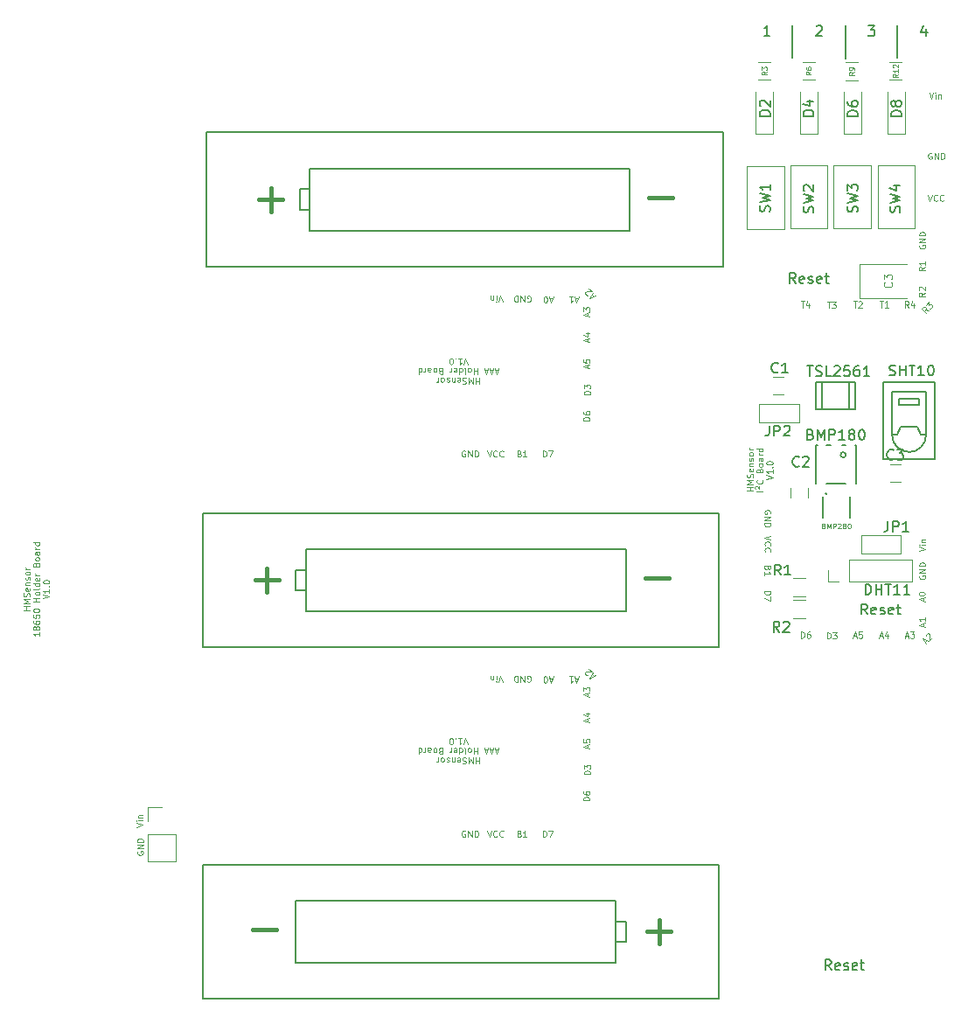
<source format=gto>
%MOIN*%
%OFA0B0*%
%FSLAX46Y46*%
%IPPOS*%
%LPD*%
%ADD10C,0.0039370078740157488*%
%ADD11C,0.0078740157480314977*%
%ADD22C,0.0039370078740157488*%
%ADD23C,0.0078740157480314977*%
%ADD24C,0.0047244094488188976*%
%ADD25C,0.005905511811023622*%
%ADD26C,0.002952755905511811*%
%ADD37C,0.0039370078740157488*%
%ADD38C,0.0047244094488188976*%
%ADD49C,0.0039370078740157488*%
%ADD50C,0.005905511811023622*%
%ADD51C,0.015748031496062995*%
%ADD62C,0.0039370078740157488*%
%ADD63C,0.005905511811023622*%
%ADD64C,0.015748031496062995*%
%ADD75C,0.0039370078740157488*%
%ADD76C,0.0078740157480314977*%
%ADD77C,0.0047244094488188976*%
%ADD78C,0.0059*%
%ADD79C,0.005905511811023622*%
%LPD*%
G01*
D10*
D11*
X0003285901Y0000124000D02*
X0003272778Y0000142748D01*
X0003263404Y0000124000D02*
X0003263404Y0000163370D01*
X0003278401Y0000163370D01*
X0003282152Y0000161495D01*
X0003284027Y0000159621D01*
X0003285901Y0000155871D01*
X0003285901Y0000150247D01*
X0003284027Y0000146497D01*
X0003282152Y0000144623D01*
X0003278401Y0000142748D01*
X0003263404Y0000142748D01*
X0003317772Y0000125874D02*
X0003314023Y0000124000D01*
X0003306524Y0000124000D01*
X0003302773Y0000125874D01*
X0003300899Y0000129624D01*
X0003300899Y0000144623D01*
X0003302773Y0000148372D01*
X0003306524Y0000150247D01*
X0003314023Y0000150247D01*
X0003317772Y0000148372D01*
X0003319647Y0000144623D01*
X0003319647Y0000140873D01*
X0003300899Y0000137124D01*
X0003334645Y0000125874D02*
X0003338395Y0000124000D01*
X0003345894Y0000124000D01*
X0003349643Y0000125874D01*
X0003351517Y0000129624D01*
X0003351517Y0000131499D01*
X0003349643Y0000135249D01*
X0003345894Y0000137124D01*
X0003340269Y0000137124D01*
X0003336520Y0000138998D01*
X0003334645Y0000142748D01*
X0003334645Y0000144623D01*
X0003336520Y0000148372D01*
X0003340269Y0000150247D01*
X0003345894Y0000150247D01*
X0003349643Y0000148372D01*
X0003383389Y0000125874D02*
X0003379640Y0000124000D01*
X0003372140Y0000124000D01*
X0003368391Y0000125874D01*
X0003366516Y0000129624D01*
X0003366516Y0000144623D01*
X0003368391Y0000148372D01*
X0003372140Y0000150247D01*
X0003379640Y0000150247D01*
X0003383389Y0000148372D01*
X0003385264Y0000144623D01*
X0003385264Y0000140873D01*
X0003366516Y0000137124D01*
X0003396512Y0000150247D02*
X0003411511Y0000150247D01*
X0003402137Y0000163370D02*
X0003402137Y0000129624D01*
X0003404012Y0000125874D01*
X0003407761Y0000124000D01*
X0003411511Y0000124000D01*
G01*
D22*
D23*
X0003647340Y0003710751D02*
X0003647340Y0003684503D01*
X0003637967Y0003725749D02*
X0003628593Y0003697628D01*
X0003652965Y0003697628D01*
X0003426719Y0003723874D02*
X0003451091Y0003723874D01*
X0003437967Y0003708875D01*
X0003443592Y0003708875D01*
X0003447341Y0003707001D01*
X0003449216Y0003705127D01*
X0003451091Y0003701377D01*
X0003451091Y0003692003D01*
X0003449216Y0003688254D01*
X0003447341Y0003686379D01*
X0003443592Y0003684503D01*
X0003432343Y0003684503D01*
X0003428593Y0003686379D01*
X0003426719Y0003688254D01*
X0003229593Y0003721125D02*
X0003231468Y0003722999D01*
X0003235218Y0003724873D01*
X0003244591Y0003724873D01*
X0003248341Y0003722999D01*
X0003250216Y0003721125D01*
X0003252091Y0003717375D01*
X0003252091Y0003713626D01*
X0003250216Y0003708001D01*
X0003227719Y0003685504D01*
X0003252091Y0003685504D01*
X0003052091Y0003685504D02*
X0003029593Y0003685504D01*
X0003040842Y0003685504D02*
X0003040842Y0003724873D01*
X0003037092Y0003719249D01*
X0003033343Y0003715500D01*
X0003029593Y0003713626D01*
X0003538842Y0003725314D02*
X0003538842Y0003602314D01*
X0003340841Y0003725314D02*
X0003340841Y0003598313D01*
X0003138842Y0003725314D02*
X0003138842Y0003600314D01*
D22*
X0003659658Y0003469250D02*
X0003667532Y0003445628D01*
X0003675406Y0003469250D01*
X0003683280Y0003445628D02*
X0003683280Y0003461376D01*
X0003683280Y0003469250D02*
X0003682155Y0003468125D01*
X0003683280Y0003467001D01*
X0003684405Y0003468125D01*
X0003683280Y0003469250D01*
X0003683280Y0003467001D01*
X0003694528Y0003461376D02*
X0003694528Y0003445628D01*
X0003694528Y0003459127D02*
X0003695653Y0003460251D01*
X0003697903Y0003461376D01*
X0003701276Y0003461376D01*
X0003703527Y0003460251D01*
X0003704652Y0003458002D01*
X0003704652Y0003445628D01*
X0003668844Y0003238125D02*
X0003666595Y0003239250D01*
X0003663220Y0003239250D01*
X0003659845Y0003238125D01*
X0003657596Y0003235876D01*
X0003656471Y0003233626D01*
X0003655346Y0003229127D01*
X0003655346Y0003225752D01*
X0003656471Y0003221253D01*
X0003657596Y0003219003D01*
X0003659845Y0003216752D01*
X0003663220Y0003215628D01*
X0003665470Y0003215628D01*
X0003668844Y0003216752D01*
X0003669969Y0003217877D01*
X0003669969Y0003225752D01*
X0003665470Y0003225752D01*
X0003680093Y0003215628D02*
X0003680093Y0003239250D01*
X0003693590Y0003215628D01*
X0003693590Y0003239250D01*
X0003704839Y0003215628D02*
X0003704839Y0003239250D01*
X0003710464Y0003239250D01*
X0003713839Y0003238125D01*
X0003716088Y0003235876D01*
X0003717213Y0003233626D01*
X0003718338Y0003229127D01*
X0003718338Y0003225752D01*
X0003717213Y0003221253D01*
X0003716088Y0003219003D01*
X0003713839Y0003216752D01*
X0003710464Y0003215628D01*
X0003704839Y0003215628D01*
D23*
X0003150098Y0002741504D02*
X0003136975Y0002760252D01*
X0003127600Y0002741504D02*
X0003127600Y0002780874D01*
X0003142599Y0002780874D01*
X0003146349Y0002779000D01*
X0003148223Y0002777125D01*
X0003150098Y0002773375D01*
X0003150098Y0002767751D01*
X0003148223Y0002764000D01*
X0003146349Y0002762126D01*
X0003142599Y0002760252D01*
X0003127600Y0002760252D01*
X0003181969Y0002743379D02*
X0003178220Y0002741504D01*
X0003170721Y0002741504D01*
X0003166971Y0002743379D01*
X0003165096Y0002747128D01*
X0003165096Y0002762126D01*
X0003166971Y0002765876D01*
X0003170721Y0002767751D01*
X0003178220Y0002767751D01*
X0003181969Y0002765876D01*
X0003183844Y0002762126D01*
X0003183844Y0002758377D01*
X0003165096Y0002754628D01*
X0003198842Y0002743379D02*
X0003202592Y0002741504D01*
X0003210091Y0002741504D01*
X0003213840Y0002743379D01*
X0003215715Y0002747128D01*
X0003215715Y0002749003D01*
X0003213840Y0002752753D01*
X0003210091Y0002754628D01*
X0003204466Y0002754628D01*
X0003200716Y0002756502D01*
X0003198842Y0002760252D01*
X0003198842Y0002762126D01*
X0003200716Y0002765876D01*
X0003204466Y0002767751D01*
X0003210091Y0002767751D01*
X0003213840Y0002765876D01*
X0003247586Y0002743379D02*
X0003243836Y0002741504D01*
X0003236337Y0002741504D01*
X0003232588Y0002743379D01*
X0003230713Y0002747128D01*
X0003230713Y0002762126D01*
X0003232588Y0002765876D01*
X0003236337Y0002767751D01*
X0003243836Y0002767751D01*
X0003247586Y0002765876D01*
X0003249460Y0002762126D01*
X0003249460Y0002758377D01*
X0003230713Y0002754628D01*
X0003260709Y0002767751D02*
X0003275706Y0002767751D01*
X0003266334Y0002780874D02*
X0003266334Y0002747128D01*
X0003268208Y0002743379D01*
X0003271958Y0002741504D01*
X0003275706Y0002741504D01*
D22*
X0003653346Y0003079250D02*
X0003661219Y0003055628D01*
X0003669094Y0003079250D01*
X0003690466Y0003057878D02*
X0003689341Y0003056753D01*
X0003685967Y0003055628D01*
X0003683717Y0003055628D01*
X0003680343Y0003056753D01*
X0003678093Y0003059003D01*
X0003676967Y0003061253D01*
X0003675843Y0003065752D01*
X0003675843Y0003069127D01*
X0003676967Y0003073626D01*
X0003678093Y0003075876D01*
X0003680343Y0003078124D01*
X0003683717Y0003079250D01*
X0003685967Y0003079250D01*
X0003689341Y0003078124D01*
X0003690466Y0003077001D01*
X0003714088Y0003057878D02*
X0003712962Y0003056753D01*
X0003709589Y0003055628D01*
X0003707338Y0003055628D01*
X0003703965Y0003056753D01*
X0003701715Y0003059003D01*
X0003700590Y0003061253D01*
X0003699465Y0003065752D01*
X0003699465Y0003069127D01*
X0003700590Y0003073626D01*
X0003701715Y0003075876D01*
X0003703965Y0003078124D01*
X0003707338Y0003079250D01*
X0003709589Y0003079250D01*
X0003712962Y0003078124D01*
X0003714088Y0003077001D01*
X0003169344Y0002673250D02*
X0003182843Y0002673250D01*
X0003176093Y0002649627D02*
X0003176093Y0002673250D01*
X0003200840Y0002665376D02*
X0003200840Y0002649627D01*
X0003195216Y0002674375D02*
X0003189592Y0002657502D01*
X0003204215Y0002657502D01*
X0003269344Y0002670750D02*
X0003282842Y0002670750D01*
X0003276093Y0002647128D02*
X0003276093Y0002670750D01*
X0003288466Y0002670750D02*
X0003303089Y0002670750D01*
X0003295216Y0002661751D01*
X0003298590Y0002661751D01*
X0003300840Y0002660627D01*
X0003301965Y0002659502D01*
X0003303089Y0002657252D01*
X0003303089Y0002651628D01*
X0003301965Y0002649378D01*
X0003300840Y0002648253D01*
X0003298590Y0002647128D01*
X0003291841Y0002647128D01*
X0003289592Y0002648253D01*
X0003288466Y0002649378D01*
X0003369344Y0002673250D02*
X0003382843Y0002673250D01*
X0003376093Y0002649627D02*
X0003376093Y0002673250D01*
X0003389592Y0002671001D02*
X0003390717Y0002672125D01*
X0003392966Y0002673250D01*
X0003398591Y0002673250D01*
X0003400839Y0002672125D01*
X0003401965Y0002671001D01*
X0003403090Y0002668751D01*
X0003403090Y0002666501D01*
X0003401965Y0002663127D01*
X0003388467Y0002649627D01*
X0003403090Y0002649627D01*
X0003469344Y0002673250D02*
X0003482843Y0002673250D01*
X0003476093Y0002649627D02*
X0003476093Y0002673250D01*
X0003503090Y0002649627D02*
X0003489592Y0002649627D01*
X0003496341Y0002649627D02*
X0003496341Y0002673250D01*
X0003494091Y0002669876D01*
X0003491841Y0002667626D01*
X0003489592Y0002666501D01*
X0003580904Y0002649627D02*
X0003573031Y0002660877D01*
X0003567407Y0002649627D02*
X0003567407Y0002673250D01*
X0003576406Y0002673250D01*
X0003578655Y0002672125D01*
X0003579780Y0002671001D01*
X0003580904Y0002668751D01*
X0003580904Y0002665376D01*
X0003579780Y0002663127D01*
X0003578655Y0002662002D01*
X0003576406Y0002660877D01*
X0003567407Y0002660877D01*
X0003601151Y0002665376D02*
X0003601151Y0002649627D01*
X0003595528Y0002674375D02*
X0003589904Y0002657502D01*
X0003604527Y0002657502D01*
X0003657114Y0002637473D02*
X0003643593Y0002639861D01*
X0003647570Y0002627930D02*
X0003630866Y0002644633D01*
X0003637230Y0002650996D01*
X0003639615Y0002651791D01*
X0003641206Y0002651791D01*
X0003643593Y0002650996D01*
X0003645979Y0002648610D01*
X0003646774Y0002646224D01*
X0003646774Y0002644633D01*
X0003645979Y0002642247D01*
X0003639615Y0002635884D01*
X0003645979Y0002659745D02*
X0003656319Y0002670086D01*
X0003657114Y0002658155D01*
X0003659501Y0002660541D01*
X0003661887Y0002661336D01*
X0003663478Y0002661336D01*
X0003665863Y0002660541D01*
X0003669841Y0002656564D01*
X0003670636Y0002654178D01*
X0003670636Y0002652587D01*
X0003669841Y0002650201D01*
X0003665068Y0002645428D01*
X0003662682Y0002644633D01*
X0003661090Y0002644633D01*
X0003643028Y0002706377D02*
X0003631780Y0002698503D01*
X0003643028Y0002692879D02*
X0003619405Y0002692879D01*
X0003619405Y0002701878D01*
X0003620531Y0002704128D01*
X0003621656Y0002705253D01*
X0003623906Y0002706377D01*
X0003627280Y0002706377D01*
X0003629530Y0002705253D01*
X0003630654Y0002704128D01*
X0003631780Y0002701878D01*
X0003631780Y0002692879D01*
X0003621656Y0002715376D02*
X0003620531Y0002716501D01*
X0003619405Y0002718751D01*
X0003619405Y0002724375D01*
X0003620531Y0002726625D01*
X0003621656Y0002727750D01*
X0003623906Y0002728875D01*
X0003626155Y0002728875D01*
X0003629530Y0002727750D01*
X0003643028Y0002714251D01*
X0003643028Y0002728875D01*
X0003643028Y0002803877D02*
X0003631780Y0002796003D01*
X0003643028Y0002790379D02*
X0003619405Y0002790379D01*
X0003619405Y0002799378D01*
X0003620531Y0002801628D01*
X0003621656Y0002802753D01*
X0003623906Y0002803877D01*
X0003627280Y0002803877D01*
X0003629530Y0002802753D01*
X0003630654Y0002801628D01*
X0003631780Y0002799378D01*
X0003631780Y0002790379D01*
X0003643028Y0002826375D02*
X0003643028Y0002812876D01*
X0003643028Y0002819625D02*
X0003619405Y0002819625D01*
X0003622781Y0002817376D01*
X0003625030Y0002815126D01*
X0003626155Y0002812876D01*
X0003623031Y0002887317D02*
X0003621906Y0002885067D01*
X0003621906Y0002881692D01*
X0003623031Y0002878317D01*
X0003625280Y0002876068D01*
X0003627530Y0002874943D01*
X0003632030Y0002873818D01*
X0003635404Y0002873818D01*
X0003639904Y0002874943D01*
X0003642154Y0002876068D01*
X0003644403Y0002878317D01*
X0003645527Y0002881692D01*
X0003645527Y0002883942D01*
X0003644403Y0002887317D01*
X0003643278Y0002888442D01*
X0003635404Y0002888442D01*
X0003635404Y0002883942D01*
X0003645527Y0002898565D02*
X0003621906Y0002898565D01*
X0003645527Y0002912064D01*
X0003621906Y0002912064D01*
X0003645527Y0002923312D02*
X0003621906Y0002923312D01*
X0003621906Y0002928937D01*
X0003623031Y0002932311D01*
X0003625280Y0002934561D01*
X0003627530Y0002935686D01*
X0003632030Y0002936811D01*
X0003635404Y0002936811D01*
X0003639904Y0002935686D01*
X0003642154Y0002934561D01*
X0003644403Y0002932311D01*
X0003645527Y0002928937D01*
X0003645527Y0002923312D01*
D24*
X0002964582Y0002948842D02*
X0002964582Y0003189787D01*
X0002964582Y0003189787D02*
X0003107102Y0003189787D01*
X0003107102Y0003189787D02*
X0003107102Y0002948842D01*
X0003107102Y0002948842D02*
X0002964582Y0002948842D01*
X0003129582Y0002949842D02*
X0003129582Y0003190787D01*
X0003129582Y0003190787D02*
X0003272102Y0003190787D01*
X0003272102Y0003190787D02*
X0003272102Y0002949842D01*
X0003272102Y0002949842D02*
X0003129582Y0002949842D01*
X0003295581Y0002949842D02*
X0003295581Y0003190787D01*
X0003295581Y0003190787D02*
X0003438102Y0003190787D01*
X0003438102Y0003190787D02*
X0003438102Y0002949842D01*
X0003438102Y0002949842D02*
X0003295581Y0002949842D01*
X0003462582Y0002949842D02*
X0003462582Y0003190787D01*
X0003462582Y0003190787D02*
X0003605102Y0003190787D01*
X0003605102Y0003190787D02*
X0003605102Y0002949842D01*
X0003605102Y0002949842D02*
X0003462582Y0002949842D01*
X0003393606Y0002816275D02*
X0003572740Y0002816275D01*
X0003393606Y0002686354D02*
X0003572740Y0002686354D01*
X0003393606Y0002816275D02*
X0003393606Y0002686354D01*
X0002998377Y0003309888D02*
X0003065307Y0003309888D01*
X0003065307Y0003311858D02*
X0003065307Y0003471307D01*
X0002998377Y0003311858D02*
X0002998377Y0003471307D01*
X0003055464Y0003516669D02*
X0003008220Y0003516669D01*
X0003008220Y0003585960D02*
X0003055464Y0003585960D01*
X0003166377Y0003309888D02*
X0003233307Y0003309888D01*
X0003233307Y0003311858D02*
X0003233307Y0003471307D01*
X0003166377Y0003311858D02*
X0003166377Y0003471307D01*
X0003332377Y0003309888D02*
X0003399307Y0003309888D01*
X0003399307Y0003311858D02*
X0003399307Y0003471307D01*
X0003332377Y0003311858D02*
X0003332377Y0003471307D01*
X0003500376Y0003309888D02*
X0003567306Y0003309888D01*
X0003567306Y0003311858D02*
X0003567306Y0003471307D01*
X0003500376Y0003311858D02*
X0003500376Y0003471307D01*
X0003176220Y0003585960D02*
X0003223464Y0003585960D01*
X0003223464Y0003516669D02*
X0003176220Y0003516669D01*
X0003341220Y0003584960D02*
X0003388464Y0003584960D01*
X0003388464Y0003515668D02*
X0003341220Y0003515668D01*
X0003508220Y0003585960D02*
X0003555463Y0003585960D01*
X0003555463Y0003516669D02*
X0003508220Y0003516669D01*
D25*
X0003050778Y0003014821D02*
X0003052652Y0003020445D01*
X0003052652Y0003029819D01*
X0003050778Y0003033568D01*
X0003048902Y0003035443D01*
X0003045153Y0003037318D01*
X0003041404Y0003037318D01*
X0003037654Y0003035443D01*
X0003035779Y0003033568D01*
X0003033905Y0003029819D01*
X0003032030Y0003022319D01*
X0003030155Y0003018571D01*
X0003028280Y0003016696D01*
X0003024530Y0003014821D01*
X0003020781Y0003014821D01*
X0003017032Y0003016696D01*
X0003015157Y0003018571D01*
X0003013282Y0003022319D01*
X0003013282Y0003031694D01*
X0003015157Y0003037318D01*
X0003013282Y0003050442D02*
X0003052652Y0003059815D01*
X0003024530Y0003067315D01*
X0003052652Y0003074814D01*
X0003013282Y0003084186D01*
X0003052652Y0003119808D02*
X0003052652Y0003097311D01*
X0003052652Y0003108558D02*
X0003013282Y0003108558D01*
X0003018907Y0003104810D01*
X0003022656Y0003101060D01*
X0003024530Y0003097311D01*
X0003216778Y0003011821D02*
X0003218652Y0003017445D01*
X0003218652Y0003026819D01*
X0003216778Y0003030569D01*
X0003214903Y0003032443D01*
X0003211153Y0003034318D01*
X0003207404Y0003034318D01*
X0003203654Y0003032443D01*
X0003201779Y0003030569D01*
X0003199905Y0003026819D01*
X0003198030Y0003019320D01*
X0003196155Y0003015571D01*
X0003194280Y0003013695D01*
X0003190531Y0003011821D01*
X0003186781Y0003011821D01*
X0003183032Y0003013695D01*
X0003181157Y0003015571D01*
X0003179282Y0003019320D01*
X0003179282Y0003028694D01*
X0003181157Y0003034318D01*
X0003179282Y0003047442D02*
X0003218652Y0003056815D01*
X0003190531Y0003064315D01*
X0003218652Y0003071814D01*
X0003179282Y0003081187D01*
X0003183032Y0003094311D02*
X0003181157Y0003096185D01*
X0003179282Y0003099935D01*
X0003179282Y0003109309D01*
X0003181157Y0003113057D01*
X0003183032Y0003114933D01*
X0003186781Y0003116808D01*
X0003190531Y0003116808D01*
X0003196155Y0003114933D01*
X0003218652Y0003092436D01*
X0003218652Y0003116808D01*
X0003384777Y0003013821D02*
X0003386652Y0003019445D01*
X0003386652Y0003028819D01*
X0003384777Y0003032569D01*
X0003382903Y0003034443D01*
X0003379153Y0003036317D01*
X0003375404Y0003036317D01*
X0003371654Y0003034443D01*
X0003369779Y0003032569D01*
X0003367905Y0003028819D01*
X0003366030Y0003021320D01*
X0003364155Y0003017571D01*
X0003362280Y0003015696D01*
X0003358531Y0003013821D01*
X0003354781Y0003013821D01*
X0003351032Y0003015696D01*
X0003349157Y0003017571D01*
X0003347282Y0003021320D01*
X0003347282Y0003030694D01*
X0003349157Y0003036317D01*
X0003347282Y0003049442D02*
X0003386652Y0003058815D01*
X0003358531Y0003066315D01*
X0003386652Y0003073814D01*
X0003347282Y0003083187D01*
X0003347282Y0003094436D02*
X0003347282Y0003118808D01*
X0003362280Y0003105685D01*
X0003362280Y0003111309D01*
X0003364155Y0003115058D01*
X0003366030Y0003116933D01*
X0003369779Y0003118808D01*
X0003379153Y0003118808D01*
X0003382903Y0003116933D01*
X0003384777Y0003115058D01*
X0003386652Y0003111309D01*
X0003386652Y0003100060D01*
X0003384777Y0003096310D01*
X0003382903Y0003094436D01*
X0003546778Y0003012821D02*
X0003548652Y0003018445D01*
X0003548652Y0003027819D01*
X0003546778Y0003031569D01*
X0003544903Y0003033443D01*
X0003541153Y0003035318D01*
X0003537404Y0003035318D01*
X0003533654Y0003033443D01*
X0003531779Y0003031569D01*
X0003529905Y0003027819D01*
X0003528030Y0003020320D01*
X0003526155Y0003016571D01*
X0003524280Y0003014696D01*
X0003520531Y0003012821D01*
X0003516781Y0003012821D01*
X0003513032Y0003014696D01*
X0003511157Y0003016571D01*
X0003509282Y0003020320D01*
X0003509282Y0003029694D01*
X0003511157Y0003035318D01*
X0003509282Y0003048441D02*
X0003548652Y0003057815D01*
X0003520531Y0003065315D01*
X0003548652Y0003072813D01*
X0003509282Y0003082187D01*
X0003522406Y0003114058D02*
X0003548652Y0003114058D01*
X0003507407Y0003104685D02*
X0003535529Y0003095311D01*
X0003535529Y0003119683D01*
D24*
X0003515090Y0002746065D02*
X0003516590Y0002744565D01*
X0003518090Y0002740066D01*
X0003518090Y0002737066D01*
X0003516590Y0002732567D01*
X0003513591Y0002729567D01*
X0003510591Y0002728067D01*
X0003504592Y0002726568D01*
X0003500092Y0002726568D01*
X0003494093Y0002728067D01*
X0003491094Y0002729567D01*
X0003488094Y0002732567D01*
X0003486594Y0002737066D01*
X0003486594Y0002740066D01*
X0003488094Y0002744565D01*
X0003489594Y0002746065D01*
X0003486594Y0002756564D02*
X0003486594Y0002776061D01*
X0003498593Y0002765563D01*
X0003498593Y0002770062D01*
X0003500092Y0002773062D01*
X0003501592Y0002774562D01*
X0003504592Y0002776061D01*
X0003512091Y0002776061D01*
X0003515090Y0002774562D01*
X0003516590Y0002773062D01*
X0003518090Y0002770062D01*
X0003518090Y0002761063D01*
X0003516590Y0002758064D01*
X0003515090Y0002756564D01*
D25*
X0003052652Y0003379256D02*
X0003013282Y0003379256D01*
X0003013282Y0003388629D01*
X0003015157Y0003394254D01*
X0003018907Y0003398003D01*
X0003022656Y0003399878D01*
X0003030155Y0003401753D01*
X0003035779Y0003401753D01*
X0003043278Y0003399878D01*
X0003047028Y0003398003D01*
X0003050778Y0003394254D01*
X0003052652Y0003388629D01*
X0003052652Y0003379256D01*
X0003017032Y0003416751D02*
X0003015157Y0003418626D01*
X0003013282Y0003422375D01*
X0003013282Y0003431749D01*
X0003015157Y0003435499D01*
X0003017032Y0003437373D01*
X0003020781Y0003439248D01*
X0003024530Y0003439248D01*
X0003030155Y0003437373D01*
X0003052652Y0003414876D01*
X0003052652Y0003439248D01*
D26*
X0003040746Y0003548034D02*
X0003031373Y0003541472D01*
X0003040746Y0003536785D02*
X0003021062Y0003536785D01*
X0003021062Y0003544284D01*
X0003022000Y0003546158D01*
X0003022937Y0003547096D01*
X0003024812Y0003548034D01*
X0003027624Y0003548034D01*
X0003029499Y0003547096D01*
X0003030435Y0003546158D01*
X0003031373Y0003544284D01*
X0003031373Y0003536785D01*
X0003021062Y0003554595D02*
X0003021062Y0003566781D01*
X0003028561Y0003560220D01*
X0003028561Y0003563032D01*
X0003029499Y0003564907D01*
X0003030435Y0003565844D01*
X0003032311Y0003566781D01*
X0003036998Y0003566781D01*
X0003038872Y0003565844D01*
X0003039810Y0003564907D01*
X0003040746Y0003563032D01*
X0003040746Y0003557407D01*
X0003039810Y0003555533D01*
X0003038872Y0003554595D01*
D25*
X0003218652Y0003379256D02*
X0003179282Y0003379256D01*
X0003179282Y0003388629D01*
X0003181157Y0003394254D01*
X0003184907Y0003398003D01*
X0003188655Y0003399878D01*
X0003196155Y0003401753D01*
X0003201779Y0003401753D01*
X0003209278Y0003399878D01*
X0003213027Y0003398003D01*
X0003216778Y0003394254D01*
X0003218652Y0003388629D01*
X0003218652Y0003379256D01*
X0003192406Y0003435499D02*
X0003218652Y0003435499D01*
X0003177407Y0003426125D02*
X0003205529Y0003416751D01*
X0003205529Y0003441123D01*
X0003386652Y0003378256D02*
X0003347282Y0003378256D01*
X0003347282Y0003387629D01*
X0003349157Y0003393254D01*
X0003352907Y0003397003D01*
X0003356655Y0003398878D01*
X0003364155Y0003400753D01*
X0003369779Y0003400753D01*
X0003377278Y0003398878D01*
X0003381027Y0003397003D01*
X0003384777Y0003393254D01*
X0003386652Y0003387629D01*
X0003386652Y0003378256D01*
X0003347282Y0003434499D02*
X0003347282Y0003427000D01*
X0003349157Y0003423250D01*
X0003351032Y0003421375D01*
X0003356655Y0003417626D01*
X0003364155Y0003415751D01*
X0003379153Y0003415751D01*
X0003382903Y0003417626D01*
X0003384777Y0003419500D01*
X0003386652Y0003423250D01*
X0003386652Y0003430749D01*
X0003384777Y0003434499D01*
X0003382903Y0003436373D01*
X0003379153Y0003438248D01*
X0003369779Y0003438248D01*
X0003366030Y0003436373D01*
X0003364155Y0003434499D01*
X0003362280Y0003430749D01*
X0003362280Y0003423250D01*
X0003364155Y0003419500D01*
X0003366030Y0003417626D01*
X0003369779Y0003415751D01*
X0003553652Y0003378256D02*
X0003514282Y0003378256D01*
X0003514282Y0003387629D01*
X0003516157Y0003393254D01*
X0003519907Y0003397003D01*
X0003523656Y0003398878D01*
X0003531154Y0003400753D01*
X0003536779Y0003400753D01*
X0003544278Y0003398878D01*
X0003548028Y0003397003D01*
X0003551777Y0003393254D01*
X0003553652Y0003387629D01*
X0003553652Y0003378256D01*
X0003531154Y0003423250D02*
X0003529280Y0003419500D01*
X0003527406Y0003417626D01*
X0003523656Y0003415751D01*
X0003521781Y0003415751D01*
X0003518032Y0003417626D01*
X0003516157Y0003419500D01*
X0003514282Y0003423250D01*
X0003514282Y0003430749D01*
X0003516157Y0003434499D01*
X0003518032Y0003436373D01*
X0003521781Y0003438248D01*
X0003523656Y0003438248D01*
X0003527406Y0003436373D01*
X0003529280Y0003434499D01*
X0003531154Y0003430749D01*
X0003531154Y0003423250D01*
X0003533030Y0003419500D01*
X0003534905Y0003417626D01*
X0003538654Y0003415751D01*
X0003546153Y0003415751D01*
X0003549903Y0003417626D01*
X0003551777Y0003419500D01*
X0003553652Y0003423250D01*
X0003553652Y0003430749D01*
X0003551777Y0003434499D01*
X0003549903Y0003436373D01*
X0003546153Y0003438248D01*
X0003538654Y0003438248D01*
X0003534905Y0003436373D01*
X0003533030Y0003434499D01*
X0003531154Y0003430749D01*
D26*
X0003208747Y0003548034D02*
X0003199373Y0003541472D01*
X0003208747Y0003536785D02*
X0003189062Y0003536785D01*
X0003189062Y0003544284D01*
X0003190000Y0003546158D01*
X0003190937Y0003547096D01*
X0003192812Y0003548034D01*
X0003195624Y0003548034D01*
X0003197499Y0003547096D01*
X0003198435Y0003546158D01*
X0003199373Y0003544284D01*
X0003199373Y0003536785D01*
X0003189062Y0003564907D02*
X0003189062Y0003561157D01*
X0003190000Y0003559282D01*
X0003190937Y0003558345D01*
X0003193749Y0003556470D01*
X0003197499Y0003555533D01*
X0003204998Y0003555533D01*
X0003206872Y0003556470D01*
X0003207810Y0003557407D01*
X0003208747Y0003559282D01*
X0003208747Y0003563032D01*
X0003207810Y0003564907D01*
X0003206872Y0003565844D01*
X0003204998Y0003566781D01*
X0003200311Y0003566781D01*
X0003198435Y0003565844D01*
X0003197499Y0003564907D01*
X0003196561Y0003563032D01*
X0003196561Y0003559282D01*
X0003197499Y0003557407D01*
X0003198435Y0003556470D01*
X0003200311Y0003555533D01*
X0003373747Y0003547034D02*
X0003364373Y0003540472D01*
X0003373747Y0003535785D02*
X0003354062Y0003535785D01*
X0003354062Y0003543284D01*
X0003355000Y0003545159D01*
X0003355937Y0003546096D01*
X0003357812Y0003547034D01*
X0003360623Y0003547034D01*
X0003362499Y0003546096D01*
X0003363436Y0003545159D01*
X0003364373Y0003543284D01*
X0003364373Y0003535785D01*
X0003373747Y0003556407D02*
X0003373747Y0003560157D01*
X0003372810Y0003562032D01*
X0003371872Y0003562969D01*
X0003369060Y0003564844D01*
X0003365311Y0003565781D01*
X0003357812Y0003565781D01*
X0003355937Y0003564844D01*
X0003355000Y0003563907D01*
X0003354062Y0003562032D01*
X0003354062Y0003558282D01*
X0003355000Y0003556407D01*
X0003355937Y0003555470D01*
X0003357812Y0003554533D01*
X0003362499Y0003554533D01*
X0003364373Y0003555470D01*
X0003365311Y0003556407D01*
X0003366248Y0003558282D01*
X0003366248Y0003562032D01*
X0003365311Y0003563907D01*
X0003364373Y0003564844D01*
X0003362499Y0003565781D01*
X0003540747Y0003538660D02*
X0003531373Y0003532098D01*
X0003540747Y0003527411D02*
X0003521061Y0003527411D01*
X0003521061Y0003534910D01*
X0003522000Y0003536785D01*
X0003522937Y0003537722D01*
X0003524811Y0003538660D01*
X0003527624Y0003538660D01*
X0003529499Y0003537722D01*
X0003530436Y0003536785D01*
X0003531373Y0003534910D01*
X0003531373Y0003527411D01*
X0003540747Y0003557407D02*
X0003540747Y0003546158D01*
X0003540747Y0003551783D02*
X0003521061Y0003551783D01*
X0003523874Y0003549908D01*
X0003525749Y0003548034D01*
X0003526686Y0003546158D01*
X0003522937Y0003564907D02*
X0003522000Y0003565844D01*
X0003521061Y0003567719D01*
X0003521061Y0003572406D01*
X0003522000Y0003574280D01*
X0003522937Y0003575218D01*
X0003524811Y0003576155D01*
X0003526686Y0003576155D01*
X0003529499Y0003575218D01*
X0003540747Y0003563969D01*
X0003540747Y0003576155D01*
G04 next file*
%LPD*%
G01*
D37*
X0000230764Y0001496394D02*
X0000207142Y0001496394D01*
X0000218391Y0001496394D02*
X0000218391Y0001509892D01*
X0000230764Y0001509892D02*
X0000207142Y0001509892D01*
X0000230764Y0001521140D02*
X0000207142Y0001521140D01*
X0000224015Y0001529015D01*
X0000207142Y0001536889D01*
X0000230764Y0001536889D01*
X0000229640Y0001547013D02*
X0000230764Y0001550388D01*
X0000230764Y0001556012D01*
X0000229640Y0001558262D01*
X0000228515Y0001559386D01*
X0000226265Y0001560510D01*
X0000224015Y0001560510D01*
X0000221766Y0001559386D01*
X0000220641Y0001558262D01*
X0000219516Y0001556012D01*
X0000218391Y0001551512D01*
X0000217266Y0001549263D01*
X0000216141Y0001548138D01*
X0000213892Y0001547013D01*
X0000211642Y0001547013D01*
X0000209392Y0001548138D01*
X0000208267Y0001549263D01*
X0000207142Y0001551512D01*
X0000207142Y0001557137D01*
X0000208267Y0001560510D01*
X0000229640Y0001579633D02*
X0000230764Y0001577384D01*
X0000230764Y0001572885D01*
X0000229640Y0001570635D01*
X0000227390Y0001569510D01*
X0000218391Y0001569510D01*
X0000216141Y0001570635D01*
X0000215016Y0001572885D01*
X0000215016Y0001577384D01*
X0000216141Y0001579633D01*
X0000218391Y0001580759D01*
X0000220641Y0001580759D01*
X0000222890Y0001569510D01*
X0000215016Y0001590882D02*
X0000230764Y0001590882D01*
X0000217266Y0001590882D02*
X0000216141Y0001592007D01*
X0000215016Y0001594257D01*
X0000215016Y0001597632D01*
X0000216141Y0001599881D01*
X0000218391Y0001601006D01*
X0000230764Y0001601006D01*
X0000229640Y0001611130D02*
X0000230764Y0001613380D01*
X0000230764Y0001617879D01*
X0000229640Y0001620129D01*
X0000227390Y0001621254D01*
X0000226265Y0001621254D01*
X0000224015Y0001620129D01*
X0000222890Y0001617879D01*
X0000222890Y0001614505D01*
X0000221766Y0001612255D01*
X0000219516Y0001611130D01*
X0000218391Y0001611130D01*
X0000216141Y0001612255D01*
X0000215016Y0001614505D01*
X0000215016Y0001617879D01*
X0000216141Y0001620129D01*
X0000230764Y0001634752D02*
X0000229640Y0001632502D01*
X0000228515Y0001631377D01*
X0000226265Y0001630253D01*
X0000219516Y0001630253D01*
X0000217266Y0001631377D01*
X0000216141Y0001632502D01*
X0000215016Y0001634752D01*
X0000215016Y0001638127D01*
X0000216141Y0001640376D01*
X0000217266Y0001641500D01*
X0000219516Y0001642626D01*
X0000226265Y0001642626D01*
X0000228515Y0001641500D01*
X0000229640Y0001640376D01*
X0000230764Y0001638127D01*
X0000230764Y0001634752D01*
X0000230764Y0001652750D02*
X0000215016Y0001652750D01*
X0000219516Y0001652750D02*
X0000217266Y0001653875D01*
X0000216141Y0001655000D01*
X0000215016Y0001657248D01*
X0000215016Y0001659499D01*
X0000267772Y0001411467D02*
X0000267772Y0001397969D01*
X0000267772Y0001404718D02*
X0000244150Y0001404718D01*
X0000247525Y0001402469D01*
X0000249775Y0001400219D01*
X0000250898Y0001397969D01*
X0000254274Y0001424966D02*
X0000253149Y0001422716D01*
X0000252024Y0001421591D01*
X0000249775Y0001420466D01*
X0000248650Y0001420466D01*
X0000246400Y0001421591D01*
X0000245275Y0001422716D01*
X0000244150Y0001424966D01*
X0000244150Y0001429465D01*
X0000245275Y0001431715D01*
X0000246400Y0001432840D01*
X0000248650Y0001433965D01*
X0000249775Y0001433965D01*
X0000252024Y0001432840D01*
X0000253149Y0001431715D01*
X0000254274Y0001429465D01*
X0000254274Y0001424966D01*
X0000255399Y0001422716D01*
X0000256523Y0001421591D01*
X0000258772Y0001420466D01*
X0000263273Y0001420466D01*
X0000265523Y0001421591D01*
X0000266647Y0001422716D01*
X0000267772Y0001424966D01*
X0000267772Y0001429465D01*
X0000266647Y0001431715D01*
X0000265523Y0001432840D01*
X0000263273Y0001433965D01*
X0000258772Y0001433965D01*
X0000256523Y0001432840D01*
X0000255399Y0001431715D01*
X0000254274Y0001429465D01*
X0000244150Y0001454212D02*
X0000244150Y0001449713D01*
X0000245275Y0001447463D01*
X0000246400Y0001446337D01*
X0000249775Y0001444088D01*
X0000254274Y0001442964D01*
X0000263273Y0001442964D01*
X0000265523Y0001444088D01*
X0000266647Y0001445213D01*
X0000267772Y0001447463D01*
X0000267772Y0001451962D01*
X0000266647Y0001454212D01*
X0000265523Y0001455337D01*
X0000263273Y0001456462D01*
X0000257649Y0001456462D01*
X0000255399Y0001455337D01*
X0000254274Y0001454212D01*
X0000253149Y0001451962D01*
X0000253149Y0001447463D01*
X0000254274Y0001445213D01*
X0000255399Y0001444088D01*
X0000257649Y0001442964D01*
X0000244150Y0001477834D02*
X0000244150Y0001466586D01*
X0000255399Y0001465460D01*
X0000254274Y0001466586D01*
X0000253149Y0001468835D01*
X0000253149Y0001474460D01*
X0000254274Y0001476708D01*
X0000255399Y0001477834D01*
X0000257649Y0001478959D01*
X0000263273Y0001478959D01*
X0000265523Y0001477834D01*
X0000266647Y0001476708D01*
X0000267772Y0001474460D01*
X0000267772Y0001468835D01*
X0000266647Y0001466586D01*
X0000265523Y0001465460D01*
X0000244150Y0001493582D02*
X0000244150Y0001495832D01*
X0000245275Y0001498082D01*
X0000246400Y0001499207D01*
X0000248650Y0001500331D01*
X0000253149Y0001501456D01*
X0000258772Y0001501456D01*
X0000263273Y0001500331D01*
X0000265523Y0001499207D01*
X0000266647Y0001498082D01*
X0000267772Y0001495832D01*
X0000267772Y0001493582D01*
X0000266647Y0001491332D01*
X0000265523Y0001490208D01*
X0000263273Y0001489083D01*
X0000258772Y0001487958D01*
X0000253149Y0001487958D01*
X0000248650Y0001489083D01*
X0000246400Y0001490208D01*
X0000245275Y0001491332D01*
X0000244150Y0001493582D01*
X0000267772Y0001529578D02*
X0000244150Y0001529578D01*
X0000255399Y0001529578D02*
X0000255399Y0001543075D01*
X0000267772Y0001543075D02*
X0000244150Y0001543075D01*
X0000267772Y0001557699D02*
X0000266647Y0001555450D01*
X0000265523Y0001554324D01*
X0000263273Y0001553200D01*
X0000256523Y0001553200D01*
X0000254274Y0001554324D01*
X0000253149Y0001555450D01*
X0000252024Y0001557699D01*
X0000252024Y0001561074D01*
X0000253149Y0001563324D01*
X0000254274Y0001564448D01*
X0000256523Y0001565572D01*
X0000263273Y0001565572D01*
X0000265523Y0001564448D01*
X0000266647Y0001563324D01*
X0000267772Y0001561074D01*
X0000267772Y0001557699D01*
X0000267772Y0001579072D02*
X0000266647Y0001576822D01*
X0000264398Y0001575697D01*
X0000244150Y0001575697D01*
X0000267772Y0001598194D02*
X0000244150Y0001598194D01*
X0000266647Y0001598194D02*
X0000267772Y0001595944D01*
X0000267772Y0001591445D01*
X0000266647Y0001589195D01*
X0000265523Y0001588070D01*
X0000263273Y0001586946D01*
X0000256523Y0001586946D01*
X0000254274Y0001588070D01*
X0000253149Y0001589195D01*
X0000252024Y0001591445D01*
X0000252024Y0001595944D01*
X0000253149Y0001598194D01*
X0000266647Y0001618442D02*
X0000267772Y0001616191D01*
X0000267772Y0001611692D01*
X0000266647Y0001609443D01*
X0000264398Y0001608318D01*
X0000255399Y0001608318D01*
X0000253149Y0001609443D01*
X0000252024Y0001611692D01*
X0000252024Y0001616191D01*
X0000253149Y0001618442D01*
X0000255399Y0001619566D01*
X0000257649Y0001619566D01*
X0000259898Y0001608318D01*
X0000267772Y0001629690D02*
X0000252024Y0001629690D01*
X0000256523Y0001629690D02*
X0000254274Y0001630815D01*
X0000253149Y0001631939D01*
X0000252024Y0001634190D01*
X0000252024Y0001636439D01*
X0000255399Y0001670185D02*
X0000256523Y0001673560D01*
X0000257649Y0001674685D01*
X0000259898Y0001675809D01*
X0000263273Y0001675809D01*
X0000265523Y0001674685D01*
X0000266647Y0001673560D01*
X0000267772Y0001671310D01*
X0000267772Y0001662311D01*
X0000244150Y0001662311D01*
X0000244150Y0001670185D01*
X0000245275Y0001672435D01*
X0000246400Y0001673560D01*
X0000248650Y0001674685D01*
X0000250898Y0001674685D01*
X0000253149Y0001673560D01*
X0000254274Y0001672435D01*
X0000255399Y0001670185D01*
X0000255399Y0001662311D01*
X0000267772Y0001689308D02*
X0000266647Y0001687058D01*
X0000265523Y0001685933D01*
X0000263273Y0001684808D01*
X0000256523Y0001684808D01*
X0000254274Y0001685933D01*
X0000253149Y0001687058D01*
X0000252024Y0001689308D01*
X0000252024Y0001692682D01*
X0000253149Y0001694932D01*
X0000254274Y0001696057D01*
X0000256523Y0001697182D01*
X0000263273Y0001697182D01*
X0000265523Y0001696057D01*
X0000266647Y0001694932D01*
X0000267772Y0001692682D01*
X0000267772Y0001689308D01*
X0000267772Y0001717429D02*
X0000255399Y0001717429D01*
X0000253149Y0001716304D01*
X0000252024Y0001714055D01*
X0000252024Y0001709555D01*
X0000253149Y0001707306D01*
X0000266647Y0001717429D02*
X0000267772Y0001715180D01*
X0000267772Y0001709555D01*
X0000266647Y0001707306D01*
X0000264398Y0001706181D01*
X0000262148Y0001706181D01*
X0000259898Y0001707306D01*
X0000258772Y0001709555D01*
X0000258772Y0001715180D01*
X0000257649Y0001717429D01*
X0000267772Y0001728678D02*
X0000252024Y0001728678D01*
X0000256523Y0001728678D02*
X0000254274Y0001729803D01*
X0000253149Y0001730928D01*
X0000252024Y0001733177D01*
X0000252024Y0001735427D01*
X0000267772Y0001753425D02*
X0000244150Y0001753425D01*
X0000266647Y0001753425D02*
X0000267772Y0001751175D01*
X0000267772Y0001746676D01*
X0000266647Y0001744426D01*
X0000265523Y0001743301D01*
X0000263273Y0001742176D01*
X0000256523Y0001742176D01*
X0000254274Y0001743301D01*
X0000253149Y0001744426D01*
X0000252024Y0001746676D01*
X0000252024Y0001751175D01*
X0000253149Y0001753425D01*
X0000281158Y0001540264D02*
X0000304780Y0001548138D01*
X0000281158Y0001556012D01*
X0000304780Y0001576259D02*
X0000304780Y0001562761D01*
X0000304780Y0001569510D02*
X0000281158Y0001569510D01*
X0000284533Y0001567260D01*
X0000286782Y0001565011D01*
X0000287907Y0001562761D01*
X0000302530Y0001586383D02*
X0000303655Y0001587507D01*
X0000304780Y0001586383D01*
X0000303655Y0001585258D01*
X0000302530Y0001586383D01*
X0000304780Y0001586383D01*
X0000281158Y0001602131D02*
X0000281158Y0001604381D01*
X0000282283Y0001606630D01*
X0000283408Y0001607755D01*
X0000285658Y0001608880D01*
X0000290157Y0001610005D01*
X0000295781Y0001610005D01*
X0000300281Y0001608880D01*
X0000302530Y0001607755D01*
X0000303655Y0001606630D01*
X0000304780Y0001604381D01*
X0000304780Y0001602131D01*
X0000303655Y0001599881D01*
X0000302530Y0001598756D01*
X0000300281Y0001597632D01*
X0000295781Y0001596507D01*
X0000290157Y0001596507D01*
X0000285658Y0001597632D01*
X0000283408Y0001598756D01*
X0000282283Y0001599881D01*
X0000281158Y0001602131D01*
X0000636650Y0000669575D02*
X0000660272Y0000677449D01*
X0000636650Y0000685323D01*
X0000660272Y0000693197D02*
X0000644524Y0000693197D01*
X0000636650Y0000693197D02*
X0000637775Y0000692072D01*
X0000638900Y0000693197D01*
X0000637775Y0000694322D01*
X0000636650Y0000693197D01*
X0000638900Y0000693197D01*
X0000644524Y0000704445D02*
X0000660272Y0000704445D01*
X0000646774Y0000704445D02*
X0000645649Y0000705570D01*
X0000644524Y0000707820D01*
X0000644524Y0000711195D01*
X0000645649Y0000713444D01*
X0000647898Y0000714569D01*
X0000660272Y0000714569D01*
X0000640275Y0000575762D02*
X0000639150Y0000573512D01*
X0000639150Y0000570137D01*
X0000640275Y0000566763D01*
X0000642525Y0000564513D01*
X0000644774Y0000563388D01*
X0000649274Y0000562263D01*
X0000652649Y0000562263D01*
X0000657148Y0000563388D01*
X0000659398Y0000564513D01*
X0000661647Y0000566763D01*
X0000662772Y0000570137D01*
X0000662772Y0000572387D01*
X0000661647Y0000575762D01*
X0000660522Y0000576886D01*
X0000652649Y0000576886D01*
X0000652649Y0000572387D01*
X0000662772Y0000587010D02*
X0000639150Y0000587010D01*
X0000662772Y0000600508D01*
X0000639150Y0000600508D01*
X0000662772Y0000611757D02*
X0000639150Y0000611757D01*
X0000639150Y0000617381D01*
X0000640275Y0000620756D01*
X0000642525Y0000623006D01*
X0000644774Y0000624131D01*
X0000649274Y0000625255D01*
X0000652649Y0000625255D01*
X0000657148Y0000624131D01*
X0000659398Y0000623006D01*
X0000661647Y0000620756D01*
X0000662772Y0000617381D01*
X0000662772Y0000611757D01*
D38*
X0000682224Y0000641259D02*
X0000682224Y0000538897D01*
X0000682224Y0000538897D02*
X0000786947Y0000538897D01*
X0000786947Y0000538897D02*
X0000786947Y0000641259D01*
X0000786947Y0000641259D02*
X0000682224Y0000641259D01*
X0000682224Y0000691259D02*
X0000682224Y0000743622D01*
X0000682224Y0000743622D02*
X0000734586Y0000743622D01*
G01*
D49*
X0002186580Y0000631813D02*
X0002186580Y0000655436D01*
X0002192204Y0000655436D01*
X0002195579Y0000654311D01*
X0002197828Y0000652061D01*
X0002198953Y0000649811D01*
X0002200078Y0000645312D01*
X0002200078Y0000641936D01*
X0002198953Y0000637438D01*
X0002197828Y0000635188D01*
X0002195579Y0000632938D01*
X0002192204Y0000631813D01*
X0002186580Y0000631813D01*
X0002207952Y0000655436D02*
X0002223700Y0000655436D01*
X0002213576Y0000631813D01*
X0002096954Y0000644187D02*
X0002100328Y0000643062D01*
X0002101453Y0000641936D01*
X0002102578Y0000639688D01*
X0002102578Y0000636313D01*
X0002101453Y0000634062D01*
X0002100328Y0000632938D01*
X0002098079Y0000631813D01*
X0002089080Y0000631813D01*
X0002089080Y0000655436D01*
X0002096954Y0000655436D01*
X0002099204Y0000654311D01*
X0002100328Y0000653185D01*
X0002101453Y0000650936D01*
X0002101453Y0000648686D01*
X0002100328Y0000646437D01*
X0002099204Y0000645312D01*
X0002096954Y0000644187D01*
X0002089080Y0000644187D01*
X0002125075Y0000631813D02*
X0002111577Y0000631813D01*
X0002118326Y0000631813D02*
X0002118326Y0000655436D01*
X0002116076Y0000652061D01*
X0002113827Y0000649811D01*
X0002111577Y0000648686D01*
X0001975019Y0000655436D02*
X0001982893Y0000631813D01*
X0001990767Y0000655436D01*
X0002012139Y0000634062D02*
X0002011015Y0000632938D01*
X0002007639Y0000631813D01*
X0002005389Y0000631813D01*
X0002002015Y0000632938D01*
X0001999766Y0000635188D01*
X0001998641Y0000637438D01*
X0001997516Y0000641936D01*
X0001997516Y0000645312D01*
X0001998641Y0000649811D01*
X0001999766Y0000652061D01*
X0002002015Y0000654311D01*
X0002005389Y0000655436D01*
X0002007639Y0000655436D01*
X0002011015Y0000654311D01*
X0002012139Y0000653185D01*
X0002035762Y0000634062D02*
X0002034637Y0000632938D01*
X0002031262Y0000631813D01*
X0002029011Y0000631813D01*
X0002025637Y0000632938D01*
X0002023388Y0000635188D01*
X0002022263Y0000637438D01*
X0002021138Y0000641936D01*
X0002021138Y0000645312D01*
X0002022263Y0000649811D01*
X0002023388Y0000652061D01*
X0002025637Y0000654311D01*
X0002029011Y0000655436D01*
X0002031262Y0000655436D01*
X0002034637Y0000654311D01*
X0002035762Y0000653185D01*
X0001891017Y0000654311D02*
X0001888768Y0000655436D01*
X0001885393Y0000655436D01*
X0001882019Y0000654311D01*
X0001879769Y0000652061D01*
X0001878644Y0000649811D01*
X0001877519Y0000645312D01*
X0001877519Y0000641936D01*
X0001878644Y0000637438D01*
X0001879769Y0000635188D01*
X0001882019Y0000632938D01*
X0001885393Y0000631813D01*
X0001887643Y0000631813D01*
X0001891017Y0000632938D01*
X0001892142Y0000634062D01*
X0001892142Y0000641936D01*
X0001887643Y0000641936D01*
X0001902266Y0000631813D02*
X0001902266Y0000655436D01*
X0001915764Y0000631813D01*
X0001915764Y0000655436D01*
X0001927013Y0000631813D02*
X0001927013Y0000655436D01*
X0001932637Y0000655436D01*
X0001936012Y0000654311D01*
X0001938262Y0000652061D01*
X0001939386Y0000649811D01*
X0001940511Y0000645312D01*
X0001940511Y0000641936D01*
X0001939386Y0000637438D01*
X0001938262Y0000635188D01*
X0001936012Y0000632938D01*
X0001932637Y0000631813D01*
X0001927013Y0000631813D01*
X0001943880Y0000933678D02*
X0001943880Y0000910055D01*
X0001943880Y0000921304D02*
X0001930382Y0000921304D01*
X0001930382Y0000933678D02*
X0001930382Y0000910055D01*
X0001919133Y0000933678D02*
X0001919133Y0000910055D01*
X0001911259Y0000926929D01*
X0001903385Y0000910055D01*
X0001903385Y0000933678D01*
X0001893262Y0000932553D02*
X0001889886Y0000933678D01*
X0001884263Y0000933678D01*
X0001882013Y0000932553D01*
X0001880888Y0000931427D01*
X0001879763Y0000929179D01*
X0001879763Y0000926929D01*
X0001880888Y0000924679D01*
X0001882013Y0000923554D01*
X0001884263Y0000922429D01*
X0001888762Y0000921304D01*
X0001891012Y0000920180D01*
X0001892137Y0000919055D01*
X0001893262Y0000916805D01*
X0001893262Y0000914555D01*
X0001892137Y0000912306D01*
X0001891012Y0000911181D01*
X0001888762Y0000910055D01*
X0001883138Y0000910055D01*
X0001879763Y0000911181D01*
X0001860641Y0000932553D02*
X0001862890Y0000933678D01*
X0001867390Y0000933678D01*
X0001869639Y0000932553D01*
X0001870763Y0000930303D01*
X0001870763Y0000921304D01*
X0001869639Y0000919055D01*
X0001867390Y0000917930D01*
X0001862890Y0000917930D01*
X0001860641Y0000919055D01*
X0001859514Y0000921304D01*
X0001859514Y0000923554D01*
X0001870763Y0000925803D01*
X0001849392Y0000917930D02*
X0001849392Y0000933678D01*
X0001849392Y0000920180D02*
X0001848267Y0000919055D01*
X0001846017Y0000917930D01*
X0001842643Y0000917930D01*
X0001840391Y0000919055D01*
X0001839268Y0000921304D01*
X0001839268Y0000933678D01*
X0001829145Y0000932553D02*
X0001826895Y0000933678D01*
X0001822395Y0000933678D01*
X0001820145Y0000932553D01*
X0001819021Y0000930303D01*
X0001819021Y0000929179D01*
X0001820145Y0000926929D01*
X0001822395Y0000925803D01*
X0001825770Y0000925803D01*
X0001828019Y0000924679D01*
X0001829145Y0000922429D01*
X0001829145Y0000921304D01*
X0001828019Y0000919055D01*
X0001825770Y0000917930D01*
X0001822395Y0000917930D01*
X0001820145Y0000919055D01*
X0001805522Y0000933678D02*
X0001807772Y0000932553D01*
X0001808896Y0000931427D01*
X0001810022Y0000929179D01*
X0001810022Y0000922429D01*
X0001808896Y0000920180D01*
X0001807772Y0000919055D01*
X0001805522Y0000917930D01*
X0001802148Y0000917930D01*
X0001799898Y0000919055D01*
X0001798773Y0000920180D01*
X0001797648Y0000922429D01*
X0001797648Y0000929179D01*
X0001798773Y0000931427D01*
X0001799898Y0000932553D01*
X0001802148Y0000933678D01*
X0001805522Y0000933678D01*
X0001787525Y0000933678D02*
X0001787525Y0000917930D01*
X0001787525Y0000922429D02*
X0001786400Y0000920180D01*
X0001785275Y0000919055D01*
X0001783025Y0000917930D01*
X0001780776Y0000917930D01*
X0002016433Y0000963937D02*
X0002005185Y0000963937D01*
X0002018682Y0000970686D02*
X0002010809Y0000947064D01*
X0002002935Y0000970686D01*
X0001996186Y0000963937D02*
X0001984938Y0000963937D01*
X0001998436Y0000970686D02*
X0001990562Y0000947064D01*
X0001982688Y0000970686D01*
X0001975939Y0000963937D02*
X0001964690Y0000963937D01*
X0001978188Y0000970686D02*
X0001970313Y0000947064D01*
X0001962439Y0000970686D01*
X0001936569Y0000970686D02*
X0001936569Y0000947064D01*
X0001936569Y0000958312D02*
X0001923069Y0000958312D01*
X0001923069Y0000970686D02*
X0001923069Y0000947064D01*
X0001908447Y0000970686D02*
X0001910697Y0000969561D01*
X0001911821Y0000968436D01*
X0001912947Y0000966186D01*
X0001912947Y0000959437D01*
X0001911821Y0000957188D01*
X0001910697Y0000956063D01*
X0001908447Y0000954938D01*
X0001905073Y0000954938D01*
X0001902823Y0000956063D01*
X0001901698Y0000957188D01*
X0001900573Y0000959437D01*
X0001900573Y0000966186D01*
X0001901698Y0000968436D01*
X0001902823Y0000969561D01*
X0001905073Y0000970686D01*
X0001908447Y0000970686D01*
X0001887075Y0000970686D02*
X0001889325Y0000969561D01*
X0001890449Y0000967311D01*
X0001890449Y0000947064D01*
X0001867952Y0000970686D02*
X0001867952Y0000947064D01*
X0001867952Y0000969561D02*
X0001870202Y0000970686D01*
X0001874701Y0000970686D01*
X0001876951Y0000969561D01*
X0001878076Y0000968436D01*
X0001879201Y0000966186D01*
X0001879201Y0000959437D01*
X0001878076Y0000957188D01*
X0001876951Y0000956063D01*
X0001874701Y0000954938D01*
X0001870202Y0000954938D01*
X0001867952Y0000956063D01*
X0001847705Y0000969561D02*
X0001849954Y0000970686D01*
X0001854454Y0000970686D01*
X0001856704Y0000969561D01*
X0001857828Y0000967311D01*
X0001857828Y0000958312D01*
X0001856704Y0000956063D01*
X0001854454Y0000954938D01*
X0001849954Y0000954938D01*
X0001847705Y0000956063D01*
X0001846580Y0000958312D01*
X0001846580Y0000960562D01*
X0001857828Y0000962812D01*
X0001836456Y0000970686D02*
X0001836456Y0000954938D01*
X0001836456Y0000959437D02*
X0001835331Y0000957188D01*
X0001834205Y0000956063D01*
X0001831957Y0000954938D01*
X0001829707Y0000954938D01*
X0001795959Y0000958312D02*
X0001792587Y0000959437D01*
X0001791462Y0000960562D01*
X0001790337Y0000962812D01*
X0001790337Y0000966186D01*
X0001791462Y0000968436D01*
X0001792587Y0000969561D01*
X0001794836Y0000970686D01*
X0001803835Y0000970686D01*
X0001803835Y0000947064D01*
X0001795959Y0000947064D01*
X0001793711Y0000948189D01*
X0001792587Y0000949314D01*
X0001791462Y0000951563D01*
X0001791462Y0000953812D01*
X0001792587Y0000956063D01*
X0001793711Y0000957188D01*
X0001795959Y0000958312D01*
X0001803835Y0000958312D01*
X0001776839Y0000970686D02*
X0001779088Y0000969561D01*
X0001780213Y0000968436D01*
X0001781338Y0000966186D01*
X0001781338Y0000959437D01*
X0001780213Y0000957188D01*
X0001779088Y0000956063D01*
X0001776839Y0000954938D01*
X0001773464Y0000954938D01*
X0001771214Y0000956063D01*
X0001770089Y0000957188D01*
X0001768965Y0000959437D01*
X0001768965Y0000966186D01*
X0001770089Y0000968436D01*
X0001771214Y0000969561D01*
X0001773464Y0000970686D01*
X0001776839Y0000970686D01*
X0001748716Y0000970686D02*
X0001748716Y0000958312D01*
X0001749842Y0000956063D01*
X0001752092Y0000954938D01*
X0001756590Y0000954938D01*
X0001758841Y0000956063D01*
X0001748716Y0000969561D02*
X0001750967Y0000970686D01*
X0001756590Y0000970686D01*
X0001758841Y0000969561D01*
X0001759966Y0000967311D01*
X0001759966Y0000965062D01*
X0001758841Y0000962812D01*
X0001756590Y0000961686D01*
X0001750967Y0000961686D01*
X0001748716Y0000960562D01*
X0001737467Y0000970686D02*
X0001737467Y0000954938D01*
X0001737467Y0000959437D02*
X0001736344Y0000957188D01*
X0001735219Y0000956063D01*
X0001732969Y0000954938D01*
X0001730719Y0000954938D01*
X0001712722Y0000970686D02*
X0001712722Y0000947064D01*
X0001712722Y0000969561D02*
X0001714971Y0000970686D01*
X0001719471Y0000970686D01*
X0001721720Y0000969561D01*
X0001722845Y0000968436D01*
X0001723970Y0000966186D01*
X0001723970Y0000959437D01*
X0001722845Y0000957188D01*
X0001721720Y0000956063D01*
X0001719471Y0000954938D01*
X0001714971Y0000954938D01*
X0001712722Y0000956063D01*
X0001900011Y0000984071D02*
X0001892137Y0001007694D01*
X0001884263Y0000984071D01*
X0001864015Y0001007694D02*
X0001877513Y0001007694D01*
X0001870763Y0001007694D02*
X0001870763Y0000984071D01*
X0001873014Y0000987446D01*
X0001875264Y0000989696D01*
X0001877513Y0000990821D01*
X0001853891Y0001005444D02*
X0001852767Y0001006569D01*
X0001853891Y0001007694D01*
X0001855016Y0001006569D01*
X0001853891Y0001005444D01*
X0001853891Y0001007694D01*
X0001838143Y0000984071D02*
X0001835894Y0000984071D01*
X0001833644Y0000985197D01*
X0001832519Y0000986320D01*
X0001831394Y0000988571D01*
X0001830269Y0000993071D01*
X0001830269Y0000998695D01*
X0001831394Y0001003193D01*
X0001832519Y0001005444D01*
X0001833644Y0001006569D01*
X0001835894Y0001007694D01*
X0001838143Y0001007694D01*
X0001840391Y0001006569D01*
X0001841518Y0001005444D01*
X0001842643Y0001003193D01*
X0001843768Y0000998695D01*
X0001843768Y0000993071D01*
X0001842643Y0000988571D01*
X0001841518Y0000986320D01*
X0001840391Y0000985197D01*
X0001838143Y0000984071D01*
X0002033200Y0001222064D02*
X0002025326Y0001245686D01*
X0002017452Y0001222064D01*
X0002009577Y0001245686D02*
X0002009577Y0001229938D01*
X0002009577Y0001222064D02*
X0002010702Y0001223189D01*
X0002009577Y0001224314D01*
X0002008452Y0001223189D01*
X0002009577Y0001222064D01*
X0002009577Y0001224314D01*
X0001998329Y0001229938D02*
X0001998329Y0001245686D01*
X0001998329Y0001232188D02*
X0001997204Y0001231063D01*
X0001994954Y0001229938D01*
X0001991580Y0001229938D01*
X0001989330Y0001231063D01*
X0001988205Y0001233312D01*
X0001988205Y0001245686D01*
X0002364701Y0000770064D02*
X0002341079Y0000770064D01*
X0002341079Y0000775689D01*
X0002342204Y0000779063D01*
X0002344454Y0000781313D01*
X0002346704Y0000782438D01*
X0002351203Y0000783563D01*
X0002354578Y0000783563D01*
X0002359077Y0000782438D01*
X0002361327Y0000781313D01*
X0002363576Y0000779063D01*
X0002364701Y0000775689D01*
X0002364701Y0000770064D01*
X0002341079Y0000803810D02*
X0002341079Y0000799311D01*
X0002342204Y0000797061D01*
X0002343329Y0000795936D01*
X0002346704Y0000793686D01*
X0002351203Y0000792561D01*
X0002360202Y0000792561D01*
X0002362452Y0000793686D01*
X0002363576Y0000794810D01*
X0002364701Y0000797061D01*
X0002364701Y0000801560D01*
X0002363576Y0000803810D01*
X0002362452Y0000804935D01*
X0002360202Y0000806060D01*
X0002354578Y0000806060D01*
X0002352328Y0000804935D01*
X0002351203Y0000803810D01*
X0002350078Y0000801560D01*
X0002350078Y0000797061D01*
X0002351203Y0000794810D01*
X0002352328Y0000793686D01*
X0002354578Y0000792561D01*
X0002367201Y0000870063D02*
X0002343579Y0000870063D01*
X0002343579Y0000875689D01*
X0002344704Y0000879063D01*
X0002346954Y0000881313D01*
X0002349204Y0000882438D01*
X0002353703Y0000883563D01*
X0002357078Y0000883563D01*
X0002361577Y0000882438D01*
X0002363827Y0000881313D01*
X0002366076Y0000879063D01*
X0002367201Y0000875689D01*
X0002367201Y0000870063D01*
X0002343579Y0000891437D02*
X0002343579Y0000906060D01*
X0002352578Y0000898186D01*
X0002352578Y0000901560D01*
X0002353703Y0000903810D01*
X0002354828Y0000904935D01*
X0002357078Y0000906060D01*
X0002362702Y0000906060D01*
X0002364952Y0000904935D01*
X0002366076Y0000903810D01*
X0002367201Y0000901560D01*
X0002367201Y0000894810D01*
X0002366076Y0000892562D01*
X0002364952Y0000891437D01*
X0002357952Y0000970627D02*
X0002357952Y0000981875D01*
X0002364701Y0000968377D02*
X0002341079Y0000976251D01*
X0002364701Y0000984125D01*
X0002341079Y0001003247D02*
X0002341079Y0000991999D01*
X0002352328Y0000990873D01*
X0002351203Y0000991999D01*
X0002350078Y0000994249D01*
X0002350078Y0000999873D01*
X0002351203Y0001002123D01*
X0002352328Y0001003247D01*
X0002354578Y0001004373D01*
X0002360202Y0001004373D01*
X0002362452Y0001003247D01*
X0002363576Y0001002123D01*
X0002364701Y0000999873D01*
X0002364701Y0000994249D01*
X0002363576Y0000991999D01*
X0002362452Y0000990873D01*
X0002357952Y0001070627D02*
X0002357952Y0001081875D01*
X0002364701Y0001068377D02*
X0002341079Y0001076251D01*
X0002364701Y0001084125D01*
X0002348953Y0001102123D02*
X0002364701Y0001102123D01*
X0002339954Y0001096499D02*
X0002356827Y0001090874D01*
X0002356827Y0001105497D01*
X0002357952Y0001168127D02*
X0002357952Y0001179375D01*
X0002364701Y0001165877D02*
X0002341079Y0001173751D01*
X0002364701Y0001181625D01*
X0002341079Y0001187249D02*
X0002341079Y0001201873D01*
X0002350078Y0001193999D01*
X0002350078Y0001197373D01*
X0002351203Y0001199623D01*
X0002352328Y0001200748D01*
X0002354578Y0001201873D01*
X0002360202Y0001201873D01*
X0002362452Y0001200748D01*
X0002363576Y0001199623D01*
X0002364701Y0001197373D01*
X0002364701Y0001190624D01*
X0002363576Y0001188374D01*
X0002362452Y0001187249D01*
X0002381230Y0001243353D02*
X0002373276Y0001251307D01*
X0002387593Y0001246534D02*
X0002365322Y0001235399D01*
X0002376458Y0001257670D01*
X0002356573Y0001247330D02*
X0002354982Y0001247330D01*
X0002352596Y0001248125D01*
X0002348619Y0001252102D01*
X0002347823Y0001254488D01*
X0002347823Y0001256079D01*
X0002348619Y0001258465D01*
X0002350210Y0001260056D01*
X0002353391Y0001261647D01*
X0002372481Y0001261647D01*
X0002362140Y0001271987D01*
X0002320888Y0001236437D02*
X0002309639Y0001236437D01*
X0002323138Y0001243186D02*
X0002315264Y0001219564D01*
X0002307390Y0001243186D01*
X0002287142Y0001243186D02*
X0002300641Y0001243186D01*
X0002293891Y0001243186D02*
X0002293891Y0001219564D01*
X0002296141Y0001222938D01*
X0002298391Y0001225188D01*
X0002300641Y0001226313D01*
X0002223388Y0001236437D02*
X0002212139Y0001236437D01*
X0002225638Y0001243186D02*
X0002217764Y0001219564D01*
X0002209890Y0001243186D01*
X0002197516Y0001219564D02*
X0002195267Y0001219564D01*
X0002193017Y0001220689D01*
X0002191892Y0001221814D01*
X0002190767Y0001224063D01*
X0002189642Y0001228563D01*
X0002189642Y0001234187D01*
X0002190767Y0001238686D01*
X0002191892Y0001240936D01*
X0002193017Y0001242061D01*
X0002195267Y0001243186D01*
X0002197516Y0001243186D01*
X0002199766Y0001242061D01*
X0002200891Y0001240936D01*
X0002202016Y0001238686D01*
X0002203141Y0001234187D01*
X0002203141Y0001228563D01*
X0002202016Y0001224063D01*
X0002200891Y0001221814D01*
X0002199766Y0001220689D01*
X0002197516Y0001219564D01*
X0002127013Y0001223189D02*
X0002129263Y0001222064D01*
X0002132637Y0001222064D01*
X0002136012Y0001223189D01*
X0002138261Y0001225438D01*
X0002139386Y0001227688D01*
X0002140511Y0001232188D01*
X0002140511Y0001235562D01*
X0002139386Y0001240062D01*
X0002138261Y0001242311D01*
X0002136012Y0001244561D01*
X0002132637Y0001245686D01*
X0002130387Y0001245686D01*
X0002127013Y0001244561D01*
X0002125888Y0001243436D01*
X0002125888Y0001235562D01*
X0002130387Y0001235562D01*
X0002115764Y0001245686D02*
X0002115764Y0001222064D01*
X0002102266Y0001245686D01*
X0002102266Y0001222064D01*
X0002091017Y0001245686D02*
X0002091017Y0001222064D01*
X0002085392Y0001222064D01*
X0002082018Y0001223189D01*
X0002079769Y0001225438D01*
X0002078644Y0001227688D01*
X0002077519Y0001232188D01*
X0002077519Y0001235562D01*
X0002078644Y0001240062D01*
X0002079769Y0001242311D01*
X0002082018Y0001244561D01*
X0002085392Y0001245686D01*
X0002091017Y0001245686D01*
D50*
X0001283464Y0001570630D02*
X0001244094Y0001570630D01*
X0001244094Y0001570630D02*
X0001244094Y0001649370D01*
X0001244094Y0001649370D02*
X0001283464Y0001649370D01*
X0001283464Y0001491890D02*
X0001283464Y0001728110D01*
X0001283464Y0001728110D02*
X0002503936Y0001728110D01*
X0002503936Y0001728110D02*
X0002503936Y0001491890D01*
X0002503936Y0001491890D02*
X0001283464Y0001491890D01*
X0000889763Y0001610000D02*
X0000889763Y0001865905D01*
X0000889763Y0001865905D02*
X0002858267Y0001865905D01*
X0002858267Y0001865905D02*
X0002858267Y0001354094D01*
X0002858267Y0001354094D02*
X0000889763Y0001354094D01*
X0000889763Y0001354094D02*
X0000889763Y0001610000D01*
X0002464566Y0000309370D02*
X0002503936Y0000309370D01*
X0002503936Y0000309370D02*
X0002503936Y0000230630D01*
X0002503936Y0000230630D02*
X0002464566Y0000230630D01*
X0002464566Y0000388110D02*
X0002464566Y0000151890D01*
X0002464566Y0000151890D02*
X0001244094Y0000151890D01*
X0001244094Y0000151890D02*
X0001244094Y0000388110D01*
X0001244094Y0000388110D02*
X0002464566Y0000388110D01*
X0002858267Y0000270000D02*
X0002858267Y0000014094D01*
X0002858267Y0000014094D02*
X0000889763Y0000014094D01*
X0000889763Y0000014094D02*
X0000889763Y0000525905D01*
X0000889763Y0000525905D02*
X0002858267Y0000525905D01*
X0002858267Y0000525905D02*
X0002858267Y0000270000D01*
D51*
X0002667041Y0001618436D02*
X0002577052Y0001618436D01*
X0001134420Y0001565005D02*
X0001134420Y0001654994D01*
X0001179415Y0001610000D02*
X0001089426Y0001610000D01*
X0001170978Y0000278436D02*
X0001080989Y0000278436D01*
X0002630483Y0000225005D02*
X0002630483Y0000314994D01*
X0002675477Y0000270000D02*
X0002585489Y0000270000D01*
G04 next file*
G01*
D62*
X0002186580Y0002080317D02*
X0002186580Y0002103939D01*
X0002192204Y0002103939D01*
X0002195579Y0002102814D01*
X0002197828Y0002100565D01*
X0002198953Y0002098315D01*
X0002200078Y0002093816D01*
X0002200078Y0002090441D01*
X0002198953Y0002085942D01*
X0002197828Y0002083692D01*
X0002195579Y0002081442D01*
X0002192204Y0002080317D01*
X0002186580Y0002080317D01*
X0002207952Y0002103939D02*
X0002223700Y0002103939D01*
X0002213576Y0002080317D01*
X0002096954Y0002092690D02*
X0002100328Y0002091565D01*
X0002101453Y0002090441D01*
X0002102578Y0002088191D01*
X0002102578Y0002084817D01*
X0002101453Y0002082567D01*
X0002100328Y0002081442D01*
X0002098079Y0002080317D01*
X0002089080Y0002080317D01*
X0002089080Y0002103939D01*
X0002096954Y0002103939D01*
X0002099204Y0002102814D01*
X0002100328Y0002101690D01*
X0002101453Y0002099440D01*
X0002101453Y0002097190D01*
X0002100328Y0002094939D01*
X0002099204Y0002093816D01*
X0002096954Y0002092690D01*
X0002089080Y0002092690D01*
X0002125075Y0002080317D02*
X0002111577Y0002080317D01*
X0002118326Y0002080317D02*
X0002118326Y0002103939D01*
X0002116076Y0002100565D01*
X0002113827Y0002098315D01*
X0002111577Y0002097190D01*
X0001975019Y0002103939D02*
X0001982893Y0002080317D01*
X0001990767Y0002103939D01*
X0002012139Y0002082567D02*
X0002011015Y0002081442D01*
X0002007639Y0002080317D01*
X0002005389Y0002080317D01*
X0002002015Y0002081442D01*
X0001999766Y0002083692D01*
X0001998641Y0002085942D01*
X0001997516Y0002090441D01*
X0001997516Y0002093816D01*
X0001998641Y0002098315D01*
X0001999766Y0002100565D01*
X0002002015Y0002102814D01*
X0002005389Y0002103939D01*
X0002007639Y0002103939D01*
X0002011015Y0002102814D01*
X0002012139Y0002101690D01*
X0002035762Y0002082567D02*
X0002034637Y0002081442D01*
X0002031262Y0002080317D01*
X0002029011Y0002080317D01*
X0002025637Y0002081442D01*
X0002023388Y0002083692D01*
X0002022263Y0002085942D01*
X0002021138Y0002090441D01*
X0002021138Y0002093816D01*
X0002022263Y0002098315D01*
X0002023388Y0002100565D01*
X0002025637Y0002102814D01*
X0002029011Y0002103939D01*
X0002031262Y0002103939D01*
X0002034637Y0002102814D01*
X0002035762Y0002101690D01*
X0001891017Y0002102814D02*
X0001888768Y0002103939D01*
X0001885393Y0002103939D01*
X0001882019Y0002102814D01*
X0001879769Y0002100565D01*
X0001878644Y0002098315D01*
X0001877519Y0002093816D01*
X0001877519Y0002090441D01*
X0001878644Y0002085942D01*
X0001879769Y0002083692D01*
X0001882019Y0002081442D01*
X0001885393Y0002080317D01*
X0001887643Y0002080317D01*
X0001891017Y0002081442D01*
X0001892142Y0002082567D01*
X0001892142Y0002090441D01*
X0001887643Y0002090441D01*
X0001902266Y0002080317D02*
X0001902266Y0002103939D01*
X0001915764Y0002080317D01*
X0001915764Y0002103939D01*
X0001927013Y0002080317D02*
X0001927013Y0002103939D01*
X0001932637Y0002103939D01*
X0001936012Y0002102814D01*
X0001938262Y0002100565D01*
X0001939386Y0002098315D01*
X0001940511Y0002093816D01*
X0001940511Y0002090441D01*
X0001939386Y0002085942D01*
X0001938262Y0002083692D01*
X0001936012Y0002081442D01*
X0001932637Y0002080317D01*
X0001927013Y0002080317D01*
X0001943880Y0002382182D02*
X0001943880Y0002358560D01*
X0001943880Y0002369808D02*
X0001930382Y0002369808D01*
X0001930382Y0002382182D02*
X0001930382Y0002358560D01*
X0001919133Y0002382182D02*
X0001919133Y0002358560D01*
X0001911259Y0002375432D01*
X0001903385Y0002358560D01*
X0001903385Y0002382182D01*
X0001893262Y0002381057D02*
X0001889886Y0002382182D01*
X0001884263Y0002382182D01*
X0001882013Y0002381057D01*
X0001880888Y0002379932D01*
X0001879763Y0002377682D01*
X0001879763Y0002375432D01*
X0001880888Y0002373183D01*
X0001882013Y0002372058D01*
X0001884263Y0002370933D01*
X0001888762Y0002369808D01*
X0001891012Y0002368683D01*
X0001892137Y0002367558D01*
X0001893262Y0002365309D01*
X0001893262Y0002363059D01*
X0001892137Y0002360809D01*
X0001891012Y0002359684D01*
X0001888762Y0002358560D01*
X0001883138Y0002358560D01*
X0001879763Y0002359684D01*
X0001860641Y0002381057D02*
X0001862890Y0002382182D01*
X0001867390Y0002382182D01*
X0001869639Y0002381057D01*
X0001870763Y0002378807D01*
X0001870763Y0002369808D01*
X0001869639Y0002367558D01*
X0001867390Y0002366434D01*
X0001862890Y0002366434D01*
X0001860641Y0002367558D01*
X0001859514Y0002369808D01*
X0001859514Y0002372058D01*
X0001870763Y0002374308D01*
X0001849392Y0002366434D02*
X0001849392Y0002382182D01*
X0001849392Y0002368683D02*
X0001848267Y0002367558D01*
X0001846017Y0002366434D01*
X0001842643Y0002366434D01*
X0001840391Y0002367558D01*
X0001839268Y0002369808D01*
X0001839268Y0002382182D01*
X0001829145Y0002381057D02*
X0001826895Y0002382182D01*
X0001822395Y0002382182D01*
X0001820145Y0002381057D01*
X0001819021Y0002378807D01*
X0001819021Y0002377682D01*
X0001820145Y0002375432D01*
X0001822395Y0002374308D01*
X0001825770Y0002374308D01*
X0001828019Y0002373183D01*
X0001829145Y0002370933D01*
X0001829145Y0002369808D01*
X0001828019Y0002367558D01*
X0001825770Y0002366434D01*
X0001822395Y0002366434D01*
X0001820145Y0002367558D01*
X0001805522Y0002382182D02*
X0001807772Y0002381057D01*
X0001808896Y0002379932D01*
X0001810022Y0002377682D01*
X0001810022Y0002370933D01*
X0001808896Y0002368683D01*
X0001807772Y0002367558D01*
X0001805522Y0002366434D01*
X0001802148Y0002366434D01*
X0001799898Y0002367558D01*
X0001798773Y0002368683D01*
X0001797648Y0002370933D01*
X0001797648Y0002377682D01*
X0001798773Y0002379932D01*
X0001799898Y0002381057D01*
X0001802148Y0002382182D01*
X0001805522Y0002382182D01*
X0001787525Y0002382182D02*
X0001787525Y0002366434D01*
X0001787525Y0002370933D02*
X0001786400Y0002368683D01*
X0001785275Y0002367558D01*
X0001783025Y0002366434D01*
X0001780776Y0002366434D01*
X0002016433Y0002412440D02*
X0002005185Y0002412440D01*
X0002018682Y0002419190D02*
X0002010809Y0002395567D01*
X0002002935Y0002419190D01*
X0001996186Y0002412440D02*
X0001984938Y0002412440D01*
X0001998436Y0002419190D02*
X0001990562Y0002395567D01*
X0001982688Y0002419190D01*
X0001975939Y0002412440D02*
X0001964690Y0002412440D01*
X0001978188Y0002419190D02*
X0001970313Y0002395567D01*
X0001962439Y0002419190D01*
X0001936569Y0002419190D02*
X0001936569Y0002395567D01*
X0001936569Y0002406816D02*
X0001923069Y0002406816D01*
X0001923069Y0002419190D02*
X0001923069Y0002395567D01*
X0001908447Y0002419190D02*
X0001910697Y0002418065D01*
X0001911821Y0002416940D01*
X0001912947Y0002414690D01*
X0001912947Y0002407941D01*
X0001911821Y0002405691D01*
X0001910697Y0002404566D01*
X0001908447Y0002403442D01*
X0001905073Y0002403442D01*
X0001902823Y0002404566D01*
X0001901698Y0002405691D01*
X0001900573Y0002407941D01*
X0001900573Y0002414690D01*
X0001901698Y0002416940D01*
X0001902823Y0002418065D01*
X0001905073Y0002419190D01*
X0001908447Y0002419190D01*
X0001887075Y0002419190D02*
X0001889325Y0002418065D01*
X0001890449Y0002415815D01*
X0001890449Y0002395567D01*
X0001867952Y0002419190D02*
X0001867952Y0002395567D01*
X0001867952Y0002418065D02*
X0001870202Y0002419190D01*
X0001874701Y0002419190D01*
X0001876951Y0002418065D01*
X0001878076Y0002416940D01*
X0001879201Y0002414690D01*
X0001879201Y0002407941D01*
X0001878076Y0002405691D01*
X0001876951Y0002404566D01*
X0001874701Y0002403442D01*
X0001870202Y0002403442D01*
X0001867952Y0002404566D01*
X0001847705Y0002418065D02*
X0001849954Y0002419190D01*
X0001854454Y0002419190D01*
X0001856704Y0002418065D01*
X0001857828Y0002415815D01*
X0001857828Y0002406816D01*
X0001856704Y0002404566D01*
X0001854454Y0002403442D01*
X0001849954Y0002403442D01*
X0001847705Y0002404566D01*
X0001846580Y0002406816D01*
X0001846580Y0002409066D01*
X0001857828Y0002411316D01*
X0001836456Y0002419190D02*
X0001836456Y0002403442D01*
X0001836456Y0002407941D02*
X0001835331Y0002405691D01*
X0001834205Y0002404566D01*
X0001831957Y0002403442D01*
X0001829707Y0002403442D01*
X0001795959Y0002406816D02*
X0001792587Y0002407941D01*
X0001791462Y0002409066D01*
X0001790337Y0002411316D01*
X0001790337Y0002414690D01*
X0001791462Y0002416940D01*
X0001792587Y0002418065D01*
X0001794836Y0002419190D01*
X0001803835Y0002419190D01*
X0001803835Y0002395567D01*
X0001795959Y0002395567D01*
X0001793711Y0002396692D01*
X0001792587Y0002397817D01*
X0001791462Y0002400067D01*
X0001791462Y0002402317D01*
X0001792587Y0002404566D01*
X0001793711Y0002405691D01*
X0001795959Y0002406816D01*
X0001803835Y0002406816D01*
X0001776839Y0002419190D02*
X0001779088Y0002418065D01*
X0001780213Y0002416940D01*
X0001781338Y0002414690D01*
X0001781338Y0002407941D01*
X0001780213Y0002405691D01*
X0001779088Y0002404566D01*
X0001776839Y0002403442D01*
X0001773464Y0002403442D01*
X0001771214Y0002404566D01*
X0001770089Y0002405691D01*
X0001768965Y0002407941D01*
X0001768965Y0002414690D01*
X0001770089Y0002416940D01*
X0001771214Y0002418065D01*
X0001773464Y0002419190D01*
X0001776839Y0002419190D01*
X0001748716Y0002419190D02*
X0001748716Y0002406816D01*
X0001749842Y0002404566D01*
X0001752092Y0002403442D01*
X0001756590Y0002403442D01*
X0001758841Y0002404566D01*
X0001748716Y0002418065D02*
X0001750967Y0002419190D01*
X0001756590Y0002419190D01*
X0001758841Y0002418065D01*
X0001759966Y0002415815D01*
X0001759966Y0002413565D01*
X0001758841Y0002411316D01*
X0001756590Y0002410191D01*
X0001750967Y0002410191D01*
X0001748716Y0002409066D01*
X0001737467Y0002419190D02*
X0001737467Y0002403442D01*
X0001737467Y0002407941D02*
X0001736344Y0002405691D01*
X0001735219Y0002404566D01*
X0001732969Y0002403442D01*
X0001730719Y0002403442D01*
X0001712722Y0002419190D02*
X0001712722Y0002395567D01*
X0001712722Y0002418065D02*
X0001714971Y0002419190D01*
X0001719471Y0002419190D01*
X0001721720Y0002418065D01*
X0001722845Y0002416940D01*
X0001723970Y0002414690D01*
X0001723970Y0002407941D01*
X0001722845Y0002405691D01*
X0001721720Y0002404566D01*
X0001719471Y0002403442D01*
X0001714971Y0002403442D01*
X0001712722Y0002404566D01*
X0001900011Y0002432575D02*
X0001892137Y0002456197D01*
X0001884263Y0002432575D01*
X0001864015Y0002456197D02*
X0001877513Y0002456197D01*
X0001870763Y0002456197D02*
X0001870763Y0002432575D01*
X0001873014Y0002435950D01*
X0001875264Y0002438200D01*
X0001877513Y0002439325D01*
X0001853891Y0002453948D02*
X0001852767Y0002455073D01*
X0001853891Y0002456197D01*
X0001855016Y0002455073D01*
X0001853891Y0002453948D01*
X0001853891Y0002456197D01*
X0001838143Y0002432575D02*
X0001835894Y0002432575D01*
X0001833644Y0002433700D01*
X0001832519Y0002434825D01*
X0001831394Y0002437075D01*
X0001830269Y0002441574D01*
X0001830269Y0002447199D01*
X0001831394Y0002451698D01*
X0001832519Y0002453948D01*
X0001833644Y0002455073D01*
X0001835894Y0002456197D01*
X0001838143Y0002456197D01*
X0001840391Y0002455073D01*
X0001841518Y0002453948D01*
X0001842643Y0002451698D01*
X0001843768Y0002447199D01*
X0001843768Y0002441574D01*
X0001842643Y0002437075D01*
X0001841518Y0002434825D01*
X0001840391Y0002433700D01*
X0001838143Y0002432575D01*
X0002033200Y0002670567D02*
X0002025326Y0002694190D01*
X0002017452Y0002670567D01*
X0002009577Y0002694190D02*
X0002009577Y0002678442D01*
X0002009577Y0002670567D02*
X0002010702Y0002671692D01*
X0002009577Y0002672817D01*
X0002008452Y0002671692D01*
X0002009577Y0002670567D01*
X0002009577Y0002672817D01*
X0001998329Y0002678442D02*
X0001998329Y0002694190D01*
X0001998329Y0002680691D02*
X0001997204Y0002679565D01*
X0001994954Y0002678442D01*
X0001991580Y0002678442D01*
X0001989330Y0002679565D01*
X0001988205Y0002681816D01*
X0001988205Y0002694190D01*
X0002364701Y0002218568D02*
X0002341079Y0002218568D01*
X0002341079Y0002224192D01*
X0002342204Y0002227567D01*
X0002344454Y0002229817D01*
X0002346704Y0002230942D01*
X0002351203Y0002232066D01*
X0002354578Y0002232066D01*
X0002359077Y0002230942D01*
X0002361327Y0002229817D01*
X0002363576Y0002227567D01*
X0002364701Y0002224192D01*
X0002364701Y0002218568D01*
X0002341079Y0002252314D02*
X0002341079Y0002247814D01*
X0002342204Y0002245565D01*
X0002343329Y0002244440D01*
X0002346704Y0002242190D01*
X0002351203Y0002241065D01*
X0002360202Y0002241065D01*
X0002362452Y0002242190D01*
X0002363576Y0002243315D01*
X0002364701Y0002245565D01*
X0002364701Y0002250064D01*
X0002363576Y0002252314D01*
X0002362452Y0002253439D01*
X0002360202Y0002254564D01*
X0002354578Y0002254564D01*
X0002352328Y0002253439D01*
X0002351203Y0002252314D01*
X0002350078Y0002250064D01*
X0002350078Y0002245565D01*
X0002351203Y0002243315D01*
X0002352328Y0002242190D01*
X0002354578Y0002241065D01*
X0002367201Y0002318568D02*
X0002343579Y0002318568D01*
X0002343579Y0002324192D01*
X0002344704Y0002327567D01*
X0002346954Y0002329817D01*
X0002349204Y0002330942D01*
X0002353703Y0002332066D01*
X0002357078Y0002332066D01*
X0002361577Y0002330942D01*
X0002363827Y0002329817D01*
X0002366076Y0002327567D01*
X0002367201Y0002324192D01*
X0002367201Y0002318568D01*
X0002343579Y0002339940D02*
X0002343579Y0002354564D01*
X0002352578Y0002346690D01*
X0002352578Y0002350064D01*
X0002353703Y0002352314D01*
X0002354828Y0002353439D01*
X0002357078Y0002354564D01*
X0002362702Y0002354564D01*
X0002364952Y0002353439D01*
X0002366076Y0002352314D01*
X0002367201Y0002350064D01*
X0002367201Y0002343315D01*
X0002366076Y0002341065D01*
X0002364952Y0002339940D01*
X0002357952Y0002419130D02*
X0002357952Y0002430379D01*
X0002364701Y0002416881D02*
X0002341079Y0002424755D01*
X0002364701Y0002432629D01*
X0002341079Y0002451751D02*
X0002341079Y0002440503D01*
X0002352328Y0002439378D01*
X0002351203Y0002440503D01*
X0002350078Y0002442753D01*
X0002350078Y0002448377D01*
X0002351203Y0002450627D01*
X0002352328Y0002451751D01*
X0002354578Y0002452876D01*
X0002360202Y0002452876D01*
X0002362452Y0002451751D01*
X0002363576Y0002450627D01*
X0002364701Y0002448377D01*
X0002364701Y0002442753D01*
X0002363576Y0002440503D01*
X0002362452Y0002439378D01*
X0002357952Y0002519130D02*
X0002357952Y0002530379D01*
X0002364701Y0002516881D02*
X0002341079Y0002524755D01*
X0002364701Y0002532629D01*
X0002348953Y0002550627D02*
X0002364701Y0002550627D01*
X0002339954Y0002545002D02*
X0002356827Y0002539378D01*
X0002356827Y0002554001D01*
X0002357952Y0002616630D02*
X0002357952Y0002627878D01*
X0002364701Y0002614381D02*
X0002341079Y0002622255D01*
X0002364701Y0002630129D01*
X0002341079Y0002635753D02*
X0002341079Y0002650376D01*
X0002350078Y0002642502D01*
X0002350078Y0002645877D01*
X0002351203Y0002648127D01*
X0002352328Y0002649251D01*
X0002354578Y0002650376D01*
X0002360202Y0002650376D01*
X0002362452Y0002649251D01*
X0002363576Y0002648127D01*
X0002364701Y0002645877D01*
X0002364701Y0002639128D01*
X0002363576Y0002636878D01*
X0002362452Y0002635753D01*
X0002381230Y0002691856D02*
X0002373276Y0002699810D01*
X0002387593Y0002695037D02*
X0002365322Y0002683902D01*
X0002376458Y0002706173D01*
X0002356573Y0002695833D02*
X0002354982Y0002695833D01*
X0002352596Y0002696629D01*
X0002348619Y0002700606D01*
X0002347823Y0002702992D01*
X0002347823Y0002704583D01*
X0002348619Y0002706969D01*
X0002350210Y0002708560D01*
X0002353391Y0002710150D01*
X0002372481Y0002710150D01*
X0002362140Y0002720490D01*
X0002320888Y0002684940D02*
X0002309639Y0002684940D01*
X0002323138Y0002691689D02*
X0002315264Y0002668066D01*
X0002307390Y0002691689D01*
X0002287142Y0002691689D02*
X0002300641Y0002691689D01*
X0002293891Y0002691689D02*
X0002293891Y0002668066D01*
X0002296141Y0002671442D01*
X0002298391Y0002673692D01*
X0002300641Y0002674817D01*
X0002223388Y0002684940D02*
X0002212139Y0002684940D01*
X0002225638Y0002691689D02*
X0002217764Y0002668066D01*
X0002209890Y0002691689D01*
X0002197516Y0002668066D02*
X0002195267Y0002668066D01*
X0002193017Y0002669191D01*
X0002191892Y0002670317D01*
X0002190767Y0002672567D01*
X0002189642Y0002677066D01*
X0002189642Y0002682691D01*
X0002190767Y0002687190D01*
X0002191892Y0002689440D01*
X0002193017Y0002690565D01*
X0002195267Y0002691689D01*
X0002197516Y0002691689D01*
X0002199766Y0002690565D01*
X0002200891Y0002689440D01*
X0002202016Y0002687190D01*
X0002203141Y0002682691D01*
X0002203141Y0002677066D01*
X0002202016Y0002672567D01*
X0002200891Y0002670317D01*
X0002199766Y0002669191D01*
X0002197516Y0002668066D01*
X0002127013Y0002671692D02*
X0002129263Y0002670567D01*
X0002132637Y0002670567D01*
X0002136012Y0002671692D01*
X0002138261Y0002673942D01*
X0002139386Y0002676192D01*
X0002140511Y0002680691D01*
X0002140511Y0002684066D01*
X0002139386Y0002688565D01*
X0002138261Y0002690815D01*
X0002136012Y0002693065D01*
X0002132637Y0002694190D01*
X0002130387Y0002694190D01*
X0002127013Y0002693065D01*
X0002125888Y0002691940D01*
X0002125888Y0002684066D01*
X0002130387Y0002684066D01*
X0002115764Y0002694190D02*
X0002115764Y0002670567D01*
X0002102266Y0002694190D01*
X0002102266Y0002670567D01*
X0002091017Y0002694190D02*
X0002091017Y0002670567D01*
X0002085392Y0002670567D01*
X0002082018Y0002671692D01*
X0002079769Y0002673942D01*
X0002078644Y0002676192D01*
X0002077519Y0002680691D01*
X0002077519Y0002684066D01*
X0002078644Y0002688565D01*
X0002079769Y0002690815D01*
X0002082018Y0002693065D01*
X0002085392Y0002694190D01*
X0002091017Y0002694190D01*
D63*
X0001298463Y0003021633D02*
X0001259094Y0003021633D01*
X0001259094Y0003021633D02*
X0001259094Y0003100373D01*
X0001259094Y0003100373D02*
X0001298463Y0003100373D01*
X0001298463Y0002942893D02*
X0001298463Y0003179114D01*
X0001298463Y0003179114D02*
X0002518936Y0003179114D01*
X0002518936Y0003179114D02*
X0002518936Y0002942893D01*
X0002518936Y0002942893D02*
X0001298463Y0002942893D01*
X0000904763Y0003061003D02*
X0000904763Y0003316909D01*
X0000904763Y0003316909D02*
X0002873267Y0003316909D01*
X0002873267Y0003316909D02*
X0002873267Y0002805098D01*
X0002873267Y0002805098D02*
X0000904763Y0002805098D01*
X0000904763Y0002805098D02*
X0000904763Y0003061003D01*
D64*
X0002682041Y0003069440D02*
X0002592051Y0003069440D01*
X0001149420Y0003016009D02*
X0001149420Y0003105998D01*
X0001194415Y0003061003D02*
X0001104426Y0003061003D01*
G04 next file*
G04 #@! TF.FileFunction,Legend,Top*
G04 Gerber Fmt 4.6, Leading zero omitted, Abs format (unit mm)*
G04 Created by KiCad (PCBNEW 4.0.2-stable) date 05.07.2017 20:46:59*
G01*
G04 APERTURE LIST*
G04 APERTURE END LIST*
D75*
D76*
X0003423598Y0001480162D02*
X0003410475Y0001498909D01*
X0003401101Y0001480162D02*
X0003401101Y0001519532D01*
X0003416098Y0001519532D01*
X0003419849Y0001517657D01*
X0003421723Y0001515782D01*
X0003423598Y0001512033D01*
X0003423598Y0001506408D01*
X0003421723Y0001502659D01*
X0003419849Y0001500784D01*
X0003416098Y0001498909D01*
X0003401101Y0001498909D01*
X0003455469Y0001482036D02*
X0003451720Y0001480162D01*
X0003444221Y0001480162D01*
X0003440470Y0001482036D01*
X0003438596Y0001485786D01*
X0003438596Y0001500784D01*
X0003440470Y0001504534D01*
X0003444221Y0001506408D01*
X0003451720Y0001506408D01*
X0003455469Y0001504534D01*
X0003457344Y0001500784D01*
X0003457344Y0001497035D01*
X0003438596Y0001493285D01*
X0003472342Y0001482036D02*
X0003476092Y0001480162D01*
X0003483591Y0001480162D01*
X0003487340Y0001482036D01*
X0003489214Y0001485786D01*
X0003489214Y0001487661D01*
X0003487340Y0001491410D01*
X0003483591Y0001493285D01*
X0003477966Y0001493285D01*
X0003474217Y0001495160D01*
X0003472342Y0001498909D01*
X0003472342Y0001500784D01*
X0003474217Y0001504534D01*
X0003477966Y0001506408D01*
X0003483591Y0001506408D01*
X0003487340Y0001504534D01*
X0003521086Y0001482036D02*
X0003517336Y0001480162D01*
X0003509837Y0001480162D01*
X0003506088Y0001482036D01*
X0003504213Y0001485786D01*
X0003504213Y0001500784D01*
X0003506088Y0001504534D01*
X0003509837Y0001506408D01*
X0003517336Y0001506408D01*
X0003521086Y0001504534D01*
X0003522961Y0001500784D01*
X0003522961Y0001497035D01*
X0003504213Y0001493285D01*
X0003534209Y0001506408D02*
X0003549207Y0001506408D01*
X0003539834Y0001519532D02*
X0003539834Y0001485786D01*
X0003541708Y0001482036D01*
X0003545458Y0001480162D01*
X0003549207Y0001480162D01*
X0003206729Y0002165784D02*
X0003212353Y0002163909D01*
X0003214228Y0002162035D01*
X0003216103Y0002158285D01*
X0003216103Y0002152661D01*
X0003214228Y0002148911D01*
X0003212353Y0002147036D01*
X0003208604Y0002145162D01*
X0003193606Y0002145162D01*
X0003193606Y0002184532D01*
X0003206729Y0002184532D01*
X0003210479Y0002182657D01*
X0003212353Y0002180782D01*
X0003214228Y0002177033D01*
X0003214228Y0002173283D01*
X0003212353Y0002169534D01*
X0003210479Y0002167659D01*
X0003206729Y0002165784D01*
X0003193606Y0002165784D01*
X0003232976Y0002145162D02*
X0003232976Y0002184532D01*
X0003246098Y0002156410D01*
X0003259222Y0002184532D01*
X0003259222Y0002145162D01*
X0003277970Y0002145162D02*
X0003277970Y0002184532D01*
X0003292968Y0002184532D01*
X0003296718Y0002182657D01*
X0003298592Y0002180782D01*
X0003300466Y0002177033D01*
X0003300466Y0002171408D01*
X0003298592Y0002167659D01*
X0003296718Y0002165784D01*
X0003292968Y0002163909D01*
X0003277970Y0002163909D01*
X0003337963Y0002145162D02*
X0003315465Y0002145162D01*
X0003326714Y0002145162D02*
X0003326714Y0002184532D01*
X0003322964Y0002178907D01*
X0003319215Y0002175158D01*
X0003315465Y0002173283D01*
X0003360460Y0002167659D02*
X0003356710Y0002169534D01*
X0003354835Y0002171408D01*
X0003352961Y0002175158D01*
X0003352961Y0002177033D01*
X0003354835Y0002180782D01*
X0003356710Y0002182657D01*
X0003360460Y0002184532D01*
X0003367959Y0002184532D01*
X0003371708Y0002182657D01*
X0003373582Y0002180782D01*
X0003375458Y0002177033D01*
X0003375458Y0002175158D01*
X0003373582Y0002171408D01*
X0003371708Y0002169534D01*
X0003367959Y0002167659D01*
X0003360460Y0002167659D01*
X0003356710Y0002165784D01*
X0003354835Y0002163909D01*
X0003352961Y0002160160D01*
X0003352961Y0002152661D01*
X0003354835Y0002148911D01*
X0003356710Y0002147036D01*
X0003360460Y0002145162D01*
X0003367959Y0002145162D01*
X0003371708Y0002147036D01*
X0003373582Y0002148911D01*
X0003375458Y0002152661D01*
X0003375458Y0002160160D01*
X0003373582Y0002163909D01*
X0003371708Y0002165784D01*
X0003367959Y0002167659D01*
X0003399830Y0002184532D02*
X0003403579Y0002184532D01*
X0003407329Y0002182657D01*
X0003409203Y0002180782D01*
X0003411078Y0002177033D01*
X0003412953Y0002169534D01*
X0003412953Y0002160160D01*
X0003411078Y0002152661D01*
X0003409203Y0002148911D01*
X0003407329Y0002147036D01*
X0003403579Y0002145162D01*
X0003399830Y0002145162D01*
X0003396080Y0002147036D01*
X0003394205Y0002148911D01*
X0003392331Y0002152661D01*
X0003390456Y0002160160D01*
X0003390456Y0002169534D01*
X0003392331Y0002177033D01*
X0003394205Y0002180782D01*
X0003396080Y0002182657D01*
X0003399830Y0002184532D01*
D75*
X0003031656Y0001567907D02*
X0003055278Y0001567907D01*
X0003055278Y0001562283D01*
X0003054152Y0001558908D01*
X0003051903Y0001556659D01*
X0003049654Y0001555534D01*
X0003045154Y0001554409D01*
X0003041780Y0001554409D01*
X0003037280Y0001555534D01*
X0003035030Y0001556659D01*
X0003032781Y0001558908D01*
X0003031656Y0001562283D01*
X0003031656Y0001567907D01*
X0003055278Y0001546535D02*
X0003055278Y0001530785D01*
X0003031656Y0001540911D01*
X0003044029Y0001657533D02*
X0003042904Y0001654159D01*
X0003041780Y0001653032D01*
X0003039530Y0001651909D01*
X0003036155Y0001651909D01*
X0003033906Y0001653032D01*
X0003032781Y0001654159D01*
X0003031656Y0001656407D01*
X0003031656Y0001665407D01*
X0003055278Y0001665407D01*
X0003055278Y0001657533D01*
X0003054152Y0001655284D01*
X0003053028Y0001654159D01*
X0003050778Y0001653032D01*
X0003048529Y0001653032D01*
X0003046279Y0001654159D01*
X0003045154Y0001655284D01*
X0003044029Y0001657533D01*
X0003044029Y0001665407D01*
X0003031656Y0001629412D02*
X0003031656Y0001642910D01*
X0003031656Y0001636161D02*
X0003055278Y0001636161D01*
X0003051903Y0001638411D01*
X0003049654Y0001640660D01*
X0003048529Y0001642910D01*
X0003055278Y0001779467D02*
X0003031656Y0001771594D01*
X0003055278Y0001763720D01*
X0003033906Y0001742348D02*
X0003032781Y0001743472D01*
X0003031656Y0001746847D01*
X0003031656Y0001749095D01*
X0003032781Y0001752471D01*
X0003035030Y0001754721D01*
X0003037280Y0001755846D01*
X0003041780Y0001756971D01*
X0003045154Y0001756971D01*
X0003049654Y0001755846D01*
X0003051903Y0001754721D01*
X0003054152Y0001752471D01*
X0003055278Y0001749095D01*
X0003055278Y0001746847D01*
X0003054152Y0001743472D01*
X0003053028Y0001742348D01*
X0003033906Y0001718726D02*
X0003032781Y0001719850D01*
X0003031656Y0001723225D01*
X0003031656Y0001725475D01*
X0003032781Y0001728849D01*
X0003035030Y0001731099D01*
X0003037280Y0001732224D01*
X0003041780Y0001733349D01*
X0003045154Y0001733349D01*
X0003049654Y0001732224D01*
X0003051903Y0001731099D01*
X0003054152Y0001728849D01*
X0003055278Y0001725475D01*
X0003055278Y0001723225D01*
X0003054152Y0001719850D01*
X0003053028Y0001718726D01*
X0003054152Y0001863468D02*
X0003055278Y0001865719D01*
X0003055278Y0001869094D01*
X0003054152Y0001872469D01*
X0003051903Y0001874718D01*
X0003049654Y0001875843D01*
X0003045154Y0001876968D01*
X0003041780Y0001876968D01*
X0003037280Y0001875843D01*
X0003035030Y0001874718D01*
X0003032781Y0001872469D01*
X0003031656Y0001869094D01*
X0003031656Y0001866844D01*
X0003032781Y0001863468D01*
X0003033906Y0001862345D01*
X0003041780Y0001862345D01*
X0003041780Y0001866844D01*
X0003031656Y0001852220D02*
X0003055278Y0001852220D01*
X0003031656Y0001838723D01*
X0003055278Y0001838723D01*
X0003031656Y0001827474D02*
X0003055278Y0001827474D01*
X0003055278Y0001821850D01*
X0003054152Y0001818475D01*
X0003051903Y0001816226D01*
X0003049654Y0001815101D01*
X0003045154Y0001813976D01*
X0003041780Y0001813976D01*
X0003037280Y0001815101D01*
X0003035030Y0001816226D01*
X0003032781Y0001818475D01*
X0003031656Y0001821850D01*
X0003031656Y0001827474D01*
X0002988520Y0001950607D02*
X0002964898Y0001950607D01*
X0002976147Y0001950607D02*
X0002976147Y0001964105D01*
X0002988520Y0001964105D02*
X0002964898Y0001964105D01*
X0002988520Y0001975354D02*
X0002964898Y0001975354D01*
X0002981771Y0001983228D01*
X0002964898Y0001991102D01*
X0002988520Y0001991102D01*
X0002987395Y0002001226D02*
X0002988520Y0002004600D01*
X0002988520Y0002010224D01*
X0002987395Y0002012474D01*
X0002986271Y0002013599D01*
X0002984021Y0002014724D01*
X0002981771Y0002014724D01*
X0002979521Y0002013599D01*
X0002978397Y0002012474D01*
X0002977272Y0002010224D01*
X0002976147Y0002005725D01*
X0002975021Y0002003475D01*
X0002973897Y0002002349D01*
X0002971647Y0002001226D01*
X0002969398Y0002001226D01*
X0002967148Y0002002349D01*
X0002966023Y0002003475D01*
X0002964898Y0002005725D01*
X0002964898Y0002011349D01*
X0002966023Y0002014724D01*
X0002987395Y0002033847D02*
X0002988520Y0002031597D01*
X0002988520Y0002027097D01*
X0002987395Y0002024848D01*
X0002985146Y0002023723D01*
X0002976147Y0002023723D01*
X0002973897Y0002024848D01*
X0002972772Y0002027097D01*
X0002972772Y0002031597D01*
X0002973897Y0002033847D01*
X0002976147Y0002034971D01*
X0002978397Y0002034971D01*
X0002980646Y0002023723D01*
X0002972772Y0002045095D02*
X0002988520Y0002045095D01*
X0002975021Y0002045095D02*
X0002973897Y0002046220D01*
X0002972772Y0002048470D01*
X0002972772Y0002051844D01*
X0002973897Y0002054094D01*
X0002976147Y0002055219D01*
X0002988520Y0002055219D01*
X0002987395Y0002065343D02*
X0002988520Y0002067591D01*
X0002988520Y0002072092D01*
X0002987395Y0002074341D01*
X0002985146Y0002075466D01*
X0002984021Y0002075466D01*
X0002981771Y0002074341D01*
X0002980646Y0002072092D01*
X0002980646Y0002068717D01*
X0002979521Y0002066466D01*
X0002977272Y0002065343D01*
X0002976147Y0002065343D01*
X0002973897Y0002066466D01*
X0002972772Y0002068717D01*
X0002972772Y0002072092D01*
X0002973897Y0002074341D01*
X0002988520Y0002088965D02*
X0002987395Y0002086714D01*
X0002986271Y0002085589D01*
X0002984021Y0002084464D01*
X0002977272Y0002084464D01*
X0002975021Y0002085589D01*
X0002973897Y0002086714D01*
X0002972772Y0002088965D01*
X0002972772Y0002092339D01*
X0002973897Y0002094589D01*
X0002975021Y0002095714D01*
X0002977272Y0002096839D01*
X0002984021Y0002096839D01*
X0002986271Y0002095714D01*
X0002987395Y0002094589D01*
X0002988520Y0002092339D01*
X0002988520Y0002088965D01*
X0002988520Y0002106962D02*
X0002972772Y0002106962D01*
X0002977272Y0002106962D02*
X0002975021Y0002108087D01*
X0002973897Y0002109212D01*
X0002972772Y0002111462D01*
X0002972772Y0002113712D01*
X0003025528Y0001949482D02*
X0003001906Y0001949482D01*
X0002996281Y0001959606D02*
X0002995157Y0001961856D01*
X0002995157Y0001965230D01*
X0002996281Y0001967480D01*
X0002998532Y0001968605D01*
X0003000781Y0001968605D01*
X0003003031Y0001967480D01*
X0003010904Y0001959606D01*
X0003010904Y0001968605D01*
X0003023278Y0001992227D02*
X0003024403Y0001991102D01*
X0003025528Y0001987727D01*
X0003025528Y0001985478D01*
X0003024403Y0001982103D01*
X0003022154Y0001979853D01*
X0003019904Y0001978728D01*
X0003015404Y0001977604D01*
X0003012030Y0001977604D01*
X0003007530Y0001978728D01*
X0003005281Y0001979853D01*
X0003003031Y0001982103D01*
X0003001906Y0001985478D01*
X0003001906Y0001987727D01*
X0003003031Y0001991102D01*
X0003004156Y0001992227D01*
X0003013155Y0002028222D02*
X0003014280Y0002031597D01*
X0003015404Y0002032722D01*
X0003017654Y0002033846D01*
X0003021029Y0002033846D01*
X0003023278Y0002032722D01*
X0003024403Y0002031597D01*
X0003025528Y0002029347D01*
X0003025528Y0002020347D01*
X0003001906Y0002020347D01*
X0003001906Y0002028222D01*
X0003003031Y0002030472D01*
X0003004156Y0002031597D01*
X0003006405Y0002032722D01*
X0003008655Y0002032722D01*
X0003010904Y0002031597D01*
X0003012030Y0002030472D01*
X0003013155Y0002028222D01*
X0003013155Y0002020347D01*
X0003025528Y0002047345D02*
X0003024403Y0002045095D01*
X0003023278Y0002043969D01*
X0003021029Y0002042844D01*
X0003014280Y0002042844D01*
X0003012030Y0002043969D01*
X0003010904Y0002045095D01*
X0003009780Y0002047345D01*
X0003009780Y0002050719D01*
X0003010904Y0002052969D01*
X0003012030Y0002054094D01*
X0003014280Y0002055219D01*
X0003021029Y0002055219D01*
X0003023278Y0002054094D01*
X0003024403Y0002052969D01*
X0003025528Y0002050719D01*
X0003025528Y0002047345D01*
X0003025528Y0002075466D02*
X0003013155Y0002075466D01*
X0003010904Y0002074341D01*
X0003009780Y0002072092D01*
X0003009780Y0002067591D01*
X0003010904Y0002065343D01*
X0003024403Y0002075466D02*
X0003025528Y0002073217D01*
X0003025528Y0002067591D01*
X0003024403Y0002065343D01*
X0003022154Y0002064218D01*
X0003019904Y0002064218D01*
X0003017654Y0002065343D01*
X0003016529Y0002067591D01*
X0003016529Y0002073217D01*
X0003015404Y0002075466D01*
X0003025528Y0002086714D02*
X0003009780Y0002086714D01*
X0003014280Y0002086714D02*
X0003012030Y0002087840D01*
X0003010904Y0002088965D01*
X0003009780Y0002091214D01*
X0003009780Y0002093464D01*
X0003025528Y0002111462D02*
X0003001906Y0002111462D01*
X0003024403Y0002111462D02*
X0003025528Y0002109212D01*
X0003025528Y0002104713D01*
X0003024403Y0002102463D01*
X0003023278Y0002101338D01*
X0003021029Y0002100213D01*
X0003014280Y0002100213D01*
X0003012030Y0002101338D01*
X0003010904Y0002102463D01*
X0003009780Y0002104713D01*
X0003009780Y0002109212D01*
X0003010904Y0002111462D01*
X0003038914Y0001994476D02*
X0003062535Y0002002349D01*
X0003038914Y0002010224D01*
X0003062535Y0002030472D02*
X0003062535Y0002016973D01*
X0003062535Y0002023723D02*
X0003038914Y0002023723D01*
X0003042289Y0002021472D01*
X0003044538Y0002019223D01*
X0003045663Y0002016973D01*
X0003060286Y0002040595D02*
X0003061411Y0002041721D01*
X0003062535Y0002040595D01*
X0003061411Y0002039470D01*
X0003060286Y0002040595D01*
X0003062535Y0002040595D01*
X0003038914Y0002056344D02*
X0003038914Y0002058593D01*
X0003040039Y0002060843D01*
X0003041164Y0002061967D01*
X0003043413Y0002063092D01*
X0003047912Y0002064218D01*
X0003053537Y0002064218D01*
X0003058036Y0002063092D01*
X0003060286Y0002061967D01*
X0003061411Y0002060843D01*
X0003062535Y0002058593D01*
X0003062535Y0002056344D01*
X0003061411Y0002054094D01*
X0003060286Y0002052969D01*
X0003058036Y0002051844D01*
X0003053537Y0002050719D01*
X0003047912Y0002050719D01*
X0003043413Y0002051844D01*
X0003041164Y0002052969D01*
X0003040039Y0002054094D01*
X0003038914Y0002056344D01*
X0003621906Y0001721287D02*
X0003645527Y0001729162D01*
X0003621906Y0001737036D01*
X0003645527Y0001744910D02*
X0003629780Y0001744910D01*
X0003621906Y0001744910D02*
X0003623031Y0001743785D01*
X0003624156Y0001744910D01*
X0003623031Y0001746034D01*
X0003621906Y0001744910D01*
X0003624156Y0001744910D01*
X0003629780Y0001756158D02*
X0003645527Y0001756158D01*
X0003632030Y0001756158D02*
X0003630904Y0001757283D01*
X0003629780Y0001759533D01*
X0003629780Y0001762907D01*
X0003630904Y0001765157D01*
X0003633155Y0001766282D01*
X0003645527Y0001766282D01*
X0003169907Y0001389786D02*
X0003169907Y0001413408D01*
X0003175531Y0001413408D01*
X0003178906Y0001412283D01*
X0003181155Y0001410032D01*
X0003182280Y0001407784D01*
X0003183405Y0001403284D01*
X0003183405Y0001399910D01*
X0003182280Y0001395410D01*
X0003181155Y0001393160D01*
X0003178906Y0001390911D01*
X0003175531Y0001389786D01*
X0003169907Y0001389786D01*
X0003203652Y0001413408D02*
X0003199153Y0001413408D01*
X0003196903Y0001412283D01*
X0003195778Y0001411158D01*
X0003193529Y0001407784D01*
X0003192403Y0001403284D01*
X0003192403Y0001394285D01*
X0003193529Y0001392035D01*
X0003194654Y0001390911D01*
X0003196903Y0001389786D01*
X0003201403Y0001389786D01*
X0003203652Y0001390911D01*
X0003204777Y0001392035D01*
X0003205902Y0001394285D01*
X0003205902Y0001399910D01*
X0003204777Y0001402159D01*
X0003203652Y0001403284D01*
X0003201403Y0001404409D01*
X0003196903Y0001404409D01*
X0003194654Y0001403284D01*
X0003193529Y0001402159D01*
X0003192403Y0001399910D01*
X0003269907Y0001387286D02*
X0003269907Y0001410907D01*
X0003275531Y0001410907D01*
X0003278906Y0001409783D01*
X0003281155Y0001407533D01*
X0003282280Y0001405284D01*
X0003283405Y0001400784D01*
X0003283405Y0001397410D01*
X0003282280Y0001392910D01*
X0003281155Y0001390660D01*
X0003278906Y0001388411D01*
X0003275531Y0001387286D01*
X0003269907Y0001387286D01*
X0003291279Y0001410907D02*
X0003305902Y0001410907D01*
X0003298028Y0001401909D01*
X0003301403Y0001401909D01*
X0003303652Y0001400784D01*
X0003304776Y0001399659D01*
X0003305902Y0001397410D01*
X0003305902Y0001391784D01*
X0003304776Y0001389535D01*
X0003303652Y0001388411D01*
X0003301403Y0001387286D01*
X0003294654Y0001387286D01*
X0003292404Y0001388411D01*
X0003291279Y0001389535D01*
X0003370468Y0001396535D02*
X0003381718Y0001396535D01*
X0003368219Y0001389786D02*
X0003376093Y0001413408D01*
X0003383967Y0001389786D01*
X0003403090Y0001413408D02*
X0003391841Y0001413408D01*
X0003390717Y0001402159D01*
X0003391841Y0001403284D01*
X0003394091Y0001404409D01*
X0003399715Y0001404409D01*
X0003401965Y0001403284D01*
X0003403090Y0001402159D01*
X0003404215Y0001399910D01*
X0003404215Y0001394285D01*
X0003403090Y0001392035D01*
X0003401965Y0001390911D01*
X0003399715Y0001389786D01*
X0003394091Y0001389786D01*
X0003391841Y0001390911D01*
X0003390717Y0001392035D01*
X0003470469Y0001396535D02*
X0003481718Y0001396535D01*
X0003468219Y0001389786D02*
X0003476093Y0001413408D01*
X0003483967Y0001389786D01*
X0003501965Y0001405534D02*
X0003501965Y0001389786D01*
X0003496341Y0001414533D02*
X0003490717Y0001397660D01*
X0003505340Y0001397660D01*
X0003567969Y0001396535D02*
X0003579217Y0001396535D01*
X0003565719Y0001389786D02*
X0003573593Y0001413408D01*
X0003581467Y0001389786D01*
X0003587092Y0001413408D02*
X0003601715Y0001413408D01*
X0003593841Y0001404409D01*
X0003597215Y0001404409D01*
X0003599465Y0001403284D01*
X0003600590Y0001402159D01*
X0003601715Y0001399910D01*
X0003601715Y0001394285D01*
X0003600590Y0001392035D01*
X0003599465Y0001390911D01*
X0003597215Y0001389786D01*
X0003590466Y0001389786D01*
X0003588217Y0001390911D01*
X0003587092Y0001392035D01*
X0003643195Y0001373257D02*
X0003651149Y0001381211D01*
X0003646377Y0001366894D02*
X0003635241Y0001389165D01*
X0003657512Y0001378030D01*
X0003647172Y0001397914D02*
X0003647172Y0001399505D01*
X0003647967Y0001401890D01*
X0003651944Y0001405868D01*
X0003654331Y0001406664D01*
X0003655921Y0001406664D01*
X0003658307Y0001405868D01*
X0003659897Y0001404278D01*
X0003661488Y0001401096D01*
X0003661488Y0001382006D01*
X0003671829Y0001392347D01*
X0003636279Y0001433599D02*
X0003636279Y0001444848D01*
X0003643028Y0001431349D02*
X0003619405Y0001439223D01*
X0003643028Y0001447097D01*
X0003643028Y0001467345D02*
X0003643028Y0001453845D01*
X0003643028Y0001460596D02*
X0003619405Y0001460596D01*
X0003622781Y0001458346D01*
X0003625030Y0001456096D01*
X0003626155Y0001453845D01*
X0003636279Y0001531099D02*
X0003636279Y0001542348D01*
X0003643028Y0001528849D02*
X0003619405Y0001536723D01*
X0003643028Y0001544597D01*
X0003619405Y0001556971D02*
X0003619405Y0001559221D01*
X0003620531Y0001561470D01*
X0003621656Y0001562595D01*
X0003623906Y0001563720D01*
X0003628405Y0001564845D01*
X0003634029Y0001564845D01*
X0003638529Y0001563720D01*
X0003640778Y0001562595D01*
X0003641903Y0001561470D01*
X0003643028Y0001559221D01*
X0003643028Y0001556971D01*
X0003641903Y0001554721D01*
X0003640778Y0001553596D01*
X0003638529Y0001552471D01*
X0003634029Y0001551347D01*
X0003628405Y0001551347D01*
X0003623906Y0001552471D01*
X0003621656Y0001553596D01*
X0003620531Y0001554721D01*
X0003619405Y0001556971D01*
X0003623031Y0001627474D02*
X0003621906Y0001625225D01*
X0003621906Y0001621850D01*
X0003623031Y0001618475D01*
X0003625280Y0001616226D01*
X0003627530Y0001615101D01*
X0003632030Y0001613976D01*
X0003635404Y0001613976D01*
X0003639904Y0001615101D01*
X0003642154Y0001616226D01*
X0003644403Y0001618475D01*
X0003645527Y0001621850D01*
X0003645527Y0001624099D01*
X0003644403Y0001627474D01*
X0003643278Y0001628599D01*
X0003635404Y0001628599D01*
X0003635404Y0001624099D01*
X0003645527Y0001638723D02*
X0003621906Y0001638723D01*
X0003645527Y0001652221D01*
X0003621906Y0001652221D01*
X0003645527Y0001663470D02*
X0003621906Y0001663470D01*
X0003621906Y0001669094D01*
X0003623031Y0001672469D01*
X0003625280Y0001674718D01*
X0003627530Y0001675843D01*
X0003632030Y0001676968D01*
X0003635404Y0001676968D01*
X0003639904Y0001675843D01*
X0003642154Y0001674718D01*
X0003644403Y0001672469D01*
X0003645527Y0001669094D01*
X0003645527Y0001663470D01*
D77*
X0003065157Y0002319507D02*
X0003104527Y0002319507D01*
X0003104527Y0002386437D02*
X0003065157Y0002386437D01*
X0003198306Y0001923287D02*
X0003198306Y0001962657D01*
X0003131377Y0001962657D02*
X0003131377Y0001923287D01*
X0003399645Y0001710433D02*
X0003550039Y0001710433D01*
X0003550039Y0001710433D02*
X0003550039Y0001780511D01*
X0003550039Y0001780511D02*
X0003399645Y0001780511D01*
X0003399645Y0001710433D02*
X0003399645Y0001780511D01*
X0003162538Y0002283011D02*
X0003012145Y0002283011D01*
X0003012145Y0002283011D02*
X0003012145Y0002212933D01*
X0003012145Y0002212933D02*
X0003162538Y0002212933D01*
X0003162538Y0002283011D02*
X0003162538Y0002212933D01*
X0003188464Y0001548326D02*
X0003141220Y0001548326D01*
X0003141220Y0001617617D02*
X0003188464Y0001617617D01*
X0003188464Y0001465826D02*
X0003141220Y0001465826D01*
X0003141220Y0001535118D02*
X0003188464Y0001535118D01*
D76*
X0003615157Y0002195669D02*
X0003628188Y0002163385D01*
X0003537165Y0002163385D02*
X0003550196Y0002195669D01*
X0003550196Y0002195669D02*
X0003615157Y0002195669D01*
X0003647637Y0002163385D02*
X0003634645Y0002163385D01*
X0003634645Y0002163385D02*
X0003628188Y0002163385D01*
X0003517716Y0002163385D02*
X0003537165Y0002163385D01*
X0003543306Y0002303149D02*
X0003622047Y0002303149D01*
X0003622047Y0002303149D02*
X0003622047Y0002279527D01*
X0003622047Y0002279527D02*
X0003543306Y0002279527D01*
X0003543306Y0002279527D02*
X0003543306Y0002303149D01*
X0003517716Y0002163385D02*
G75*
G03X0003582677Y0002098425I0000064960D01*
G01*
X0003582677Y0002098425D02*
G75*
G03X0003647637Y0002163385J0000064960D01*
G01*
X0003647637Y0002244094D02*
X0003647637Y0002163385D01*
X0003517716Y0002244094D02*
X0003517716Y0002163385D01*
X0003647637Y0002244094D02*
X0003647637Y0002328740D01*
X0003647637Y0002328740D02*
X0003582677Y0002328740D01*
X0003582677Y0002328740D02*
X0003517716Y0002328740D01*
X0003517716Y0002328740D02*
X0003517716Y0002244094D01*
X0003679921Y0002072047D02*
X0003679921Y0002244094D01*
X0003679921Y0002244094D02*
X0003679921Y0002072047D01*
X0003679921Y0002072047D02*
X0003485433Y0002072047D01*
X0003485433Y0002072047D02*
X0003485433Y0002244094D01*
X0003679921Y0002366141D02*
X0003679921Y0002244094D01*
X0003485433Y0002366141D02*
X0003485433Y0002244094D01*
X0003485433Y0002366141D02*
X0003679921Y0002366141D01*
X0003353522Y0002261791D02*
X0003353522Y0002364153D01*
X0003251161Y0002261791D02*
X0003251161Y0002364153D01*
X0003227539Y0002261791D02*
X0003227539Y0002364153D01*
X0003227539Y0002364153D02*
X0003377145Y0002364153D01*
X0003377145Y0002364153D02*
X0003377145Y0002261791D01*
X0003377145Y0002261791D02*
X0003227539Y0002261791D01*
D78*
X0003341259Y0002087873D02*
G75*
G03X0003341259Y0002087873I-0000009842D01*
G01*
X0003326496Y0002123307D02*
X0003342244Y0002123307D01*
X0003381614Y0002123307D02*
X0003375708Y0002123307D01*
X0003228070Y0002123307D02*
X0003233976Y0002123307D01*
X0003381614Y0002123307D02*
X0003381614Y0001977637D01*
X0003267440Y0001977637D02*
X0003342244Y0001977637D01*
X0003228070Y0002123307D02*
X0003228070Y0001977637D01*
D79*
X0003267440Y0002123307D02*
X0003283188Y0002123307D01*
D77*
X0003354212Y0001606240D02*
X0003592795Y0001606240D01*
X0003592795Y0001606240D02*
X0003592795Y0001689704D01*
X0003592795Y0001689704D02*
X0003354212Y0001689704D01*
X0003354212Y0001689704D02*
X0003354212Y0001606240D01*
X0003314841Y0001606240D02*
X0003273110Y0001606240D01*
X0003273110Y0001606240D02*
X0003273110Y0001647972D01*
X0003549527Y0002051437D02*
X0003510157Y0002051437D01*
X0003510157Y0001984507D02*
X0003549527Y0001984507D01*
D79*
X0003269409Y0001939153D02*
G75*
G03X0003269409Y0001939153I-0000002952D01*
G01*
X0003356023Y0001927342D02*
X0003356023Y0001848602D01*
X0003253661Y0001848602D02*
X0003253661Y0001929310D01*
X0003083280Y0002403911D02*
X0003081406Y0002402036D01*
X0003075781Y0002400162D01*
X0003072032Y0002400162D01*
X0003066407Y0002402036D01*
X0003062658Y0002405786D01*
X0003060783Y0002409535D01*
X0003058908Y0002417035D01*
X0003058908Y0002422659D01*
X0003060783Y0002430158D01*
X0003062658Y0002433907D01*
X0003066407Y0002437657D01*
X0003072032Y0002439532D01*
X0003075781Y0002439532D01*
X0003081406Y0002437657D01*
X0003083280Y0002435782D01*
X0003120776Y0002400162D02*
X0003098278Y0002400162D01*
X0003109527Y0002400162D02*
X0003109527Y0002439532D01*
X0003105778Y0002433907D01*
X0003102028Y0002430158D01*
X0003098278Y0002428283D01*
X0003163280Y0002046411D02*
X0003161406Y0002044536D01*
X0003155781Y0002042662D01*
X0003152032Y0002042662D01*
X0003146406Y0002044536D01*
X0003142658Y0002048286D01*
X0003140783Y0002052035D01*
X0003138908Y0002059535D01*
X0003138908Y0002065159D01*
X0003140783Y0002072658D01*
X0003142658Y0002076407D01*
X0003146406Y0002080156D01*
X0003152032Y0002082031D01*
X0003155781Y0002082031D01*
X0003161406Y0002080156D01*
X0003163280Y0002078282D01*
X0003178278Y0002078282D02*
X0003180153Y0002080156D01*
X0003183903Y0002082031D01*
X0003193276Y0002082031D01*
X0003197026Y0002080156D01*
X0003198901Y0002078282D01*
X0003200776Y0002074533D01*
X0003200776Y0002070783D01*
X0003198901Y0002065159D01*
X0003176404Y0002042662D01*
X0003200776Y0002042662D01*
X0003502034Y0001834532D02*
X0003502034Y0001806409D01*
X0003500159Y0001800786D01*
X0003496408Y0001797036D01*
X0003490785Y0001795162D01*
X0003487035Y0001795162D01*
X0003520780Y0001795162D02*
X0003520780Y0001834532D01*
X0003535779Y0001834532D01*
X0003539529Y0001832657D01*
X0003541404Y0001830782D01*
X0003543278Y0001827033D01*
X0003543278Y0001821408D01*
X0003541404Y0001817659D01*
X0003539529Y0001815784D01*
X0003535779Y0001813909D01*
X0003520780Y0001813909D01*
X0003580774Y0001795162D02*
X0003558277Y0001795162D01*
X0003569524Y0001795162D02*
X0003569524Y0001834532D01*
X0003565776Y0001828907D01*
X0003562026Y0001825158D01*
X0003558277Y0001823283D01*
X0003049534Y0002199532D02*
X0003049534Y0002171410D01*
X0003047659Y0002165786D01*
X0003043909Y0002162036D01*
X0003038285Y0002160162D01*
X0003034535Y0002160162D01*
X0003068281Y0002160162D02*
X0003068281Y0002199532D01*
X0003083279Y0002199532D01*
X0003087029Y0002197657D01*
X0003088904Y0002195782D01*
X0003090778Y0002192033D01*
X0003090778Y0002186408D01*
X0003088904Y0002182659D01*
X0003087029Y0002180784D01*
X0003083279Y0002178909D01*
X0003068281Y0002178909D01*
X0003105777Y0002195782D02*
X0003107651Y0002197657D01*
X0003111401Y0002199532D01*
X0003120775Y0002199532D01*
X0003124524Y0002197657D01*
X0003126399Y0002195782D01*
X0003128274Y0002192033D01*
X0003128274Y0002188283D01*
X0003126399Y0002182659D01*
X0003103902Y0002160162D01*
X0003128274Y0002160162D01*
X0003093280Y0001630162D02*
X0003080157Y0001648909D01*
X0003070783Y0001630162D02*
X0003070783Y0001669532D01*
X0003085781Y0001669532D01*
X0003089531Y0001667657D01*
X0003091406Y0001665782D01*
X0003093280Y0001662033D01*
X0003093280Y0001656407D01*
X0003091406Y0001652659D01*
X0003089531Y0001650784D01*
X0003085781Y0001648909D01*
X0003070783Y0001648909D01*
X0003130775Y0001630162D02*
X0003108277Y0001630162D01*
X0003119527Y0001630162D02*
X0003119527Y0001669532D01*
X0003115778Y0001663907D01*
X0003112028Y0001660158D01*
X0003108277Y0001658283D01*
X0003088280Y0001412662D02*
X0003075157Y0001431409D01*
X0003065783Y0001412662D02*
X0003065783Y0001452032D01*
X0003080781Y0001452032D01*
X0003084530Y0001450157D01*
X0003086406Y0001448282D01*
X0003088280Y0001444533D01*
X0003088280Y0001438908D01*
X0003086406Y0001435159D01*
X0003084530Y0001433284D01*
X0003080781Y0001431409D01*
X0003065783Y0001431409D01*
X0003103278Y0001448282D02*
X0003105153Y0001450157D01*
X0003108902Y0001452032D01*
X0003118277Y0001452032D01*
X0003122026Y0001450157D01*
X0003123901Y0001448282D01*
X0003125776Y0001444533D01*
X0003125776Y0001440783D01*
X0003123901Y0001435159D01*
X0003101404Y0001412662D01*
X0003125776Y0001412662D01*
D76*
X0003507978Y0002392036D02*
X0003513602Y0002390162D01*
X0003522976Y0002390162D01*
X0003526725Y0002392036D01*
X0003528599Y0002393911D01*
X0003530475Y0002397661D01*
X0003530475Y0002401410D01*
X0003528599Y0002405160D01*
X0003526725Y0002407035D01*
X0003522976Y0002408909D01*
X0003515477Y0002410784D01*
X0003511727Y0002412659D01*
X0003509852Y0002414534D01*
X0003507978Y0002418283D01*
X0003507978Y0002422033D01*
X0003509852Y0002425782D01*
X0003511727Y0002427657D01*
X0003515477Y0002429532D01*
X0003524850Y0002429532D01*
X0003530475Y0002427657D01*
X0003547348Y0002390162D02*
X0003547348Y0002429532D01*
X0003547348Y0002410784D02*
X0003569845Y0002410784D01*
X0003569845Y0002390162D02*
X0003569845Y0002429532D01*
X0003582968Y0002429532D02*
X0003605465Y0002429532D01*
X0003594217Y0002390162D02*
X0003594217Y0002429532D01*
X0003639210Y0002390162D02*
X0003616714Y0002390162D01*
X0003627963Y0002390162D02*
X0003627963Y0002429532D01*
X0003624213Y0002423907D01*
X0003620464Y0002420158D01*
X0003616714Y0002418283D01*
X0003663582Y0002429532D02*
X0003667333Y0002429532D01*
X0003671082Y0002427657D01*
X0003672957Y0002425782D01*
X0003674832Y0002422033D01*
X0003676707Y0002414534D01*
X0003676707Y0002405160D01*
X0003674832Y0002397661D01*
X0003672957Y0002393911D01*
X0003671082Y0002392036D01*
X0003667333Y0002390162D01*
X0003663582Y0002390162D01*
X0003659834Y0002392036D01*
X0003657959Y0002393911D01*
X0003656084Y0002397661D01*
X0003654209Y0002405160D01*
X0003654209Y0002414534D01*
X0003656084Y0002422033D01*
X0003657959Y0002425782D01*
X0003659834Y0002427657D01*
X0003663582Y0002429532D01*
X0003193920Y0002427032D02*
X0003216417Y0002427032D01*
X0003205168Y0002387662D02*
X0003205168Y0002427032D01*
X0003227665Y0002389536D02*
X0003233290Y0002387662D01*
X0003242664Y0002387662D01*
X0003246413Y0002389536D01*
X0003248288Y0002391411D01*
X0003250162Y0002395161D01*
X0003250162Y0002398910D01*
X0003248288Y0002402660D01*
X0003246413Y0002404535D01*
X0003242664Y0002406409D01*
X0003235164Y0002408284D01*
X0003231415Y0002410159D01*
X0003229540Y0002412034D01*
X0003227665Y0002415783D01*
X0003227665Y0002419533D01*
X0003229540Y0002423282D01*
X0003231415Y0002425157D01*
X0003235164Y0002427032D01*
X0003244538Y0002427032D01*
X0003250162Y0002425157D01*
X0003285783Y0002387662D02*
X0003267035Y0002387662D01*
X0003267035Y0002427032D01*
X0003297032Y0002423282D02*
X0003298907Y0002425157D01*
X0003302656Y0002427032D01*
X0003312030Y0002427032D01*
X0003315779Y0002425157D01*
X0003317654Y0002423282D01*
X0003319529Y0002419533D01*
X0003319529Y0002415783D01*
X0003317654Y0002410159D01*
X0003295157Y0002387662D01*
X0003319529Y0002387662D01*
X0003355150Y0002427032D02*
X0003336402Y0002427032D01*
X0003334527Y0002408284D01*
X0003336402Y0002410159D01*
X0003340151Y0002412034D01*
X0003349525Y0002412034D01*
X0003353274Y0002410159D01*
X0003355150Y0002408284D01*
X0003357024Y0002404535D01*
X0003357024Y0002395161D01*
X0003355150Y0002391411D01*
X0003353274Y0002389536D01*
X0003349525Y0002387662D01*
X0003340151Y0002387662D01*
X0003336402Y0002389536D01*
X0003334527Y0002391411D01*
X0003390770Y0002427032D02*
X0003383271Y0002427032D01*
X0003379520Y0002425157D01*
X0003377646Y0002423282D01*
X0003373897Y0002417658D01*
X0003372022Y0002410159D01*
X0003372022Y0002395161D01*
X0003373897Y0002391411D01*
X0003375772Y0002389536D01*
X0003379520Y0002387662D01*
X0003387021Y0002387662D01*
X0003390770Y0002389536D01*
X0003392645Y0002391411D01*
X0003394520Y0002395161D01*
X0003394520Y0002404535D01*
X0003392645Y0002408284D01*
X0003390770Y0002410159D01*
X0003387021Y0002412034D01*
X0003379520Y0002412034D01*
X0003375772Y0002410159D01*
X0003373897Y0002408284D01*
X0003372022Y0002404535D01*
X0003432015Y0002387662D02*
X0003409518Y0002387662D01*
X0003420766Y0002387662D02*
X0003420766Y0002427032D01*
X0003417017Y0002421407D01*
X0003413267Y0002417658D01*
X0003409518Y0002415783D01*
X0003416414Y0001555162D02*
X0003416414Y0001594532D01*
X0003425789Y0001594532D01*
X0003431413Y0001592657D01*
X0003435163Y0001588907D01*
X0003437037Y0001585157D01*
X0003438912Y0001577659D01*
X0003438912Y0001572034D01*
X0003437037Y0001564535D01*
X0003435163Y0001560785D01*
X0003431413Y0001557036D01*
X0003425789Y0001555162D01*
X0003416414Y0001555162D01*
X0003455785Y0001555162D02*
X0003455785Y0001594532D01*
X0003455785Y0001575784D02*
X0003478282Y0001575784D01*
X0003478282Y0001555162D02*
X0003478282Y0001594532D01*
X0003491406Y0001594532D02*
X0003513903Y0001594532D01*
X0003502654Y0001555162D02*
X0003502654Y0001594532D01*
X0003547649Y0001555162D02*
X0003525151Y0001555162D01*
X0003536400Y0001555162D02*
X0003536400Y0001594532D01*
X0003532650Y0001588907D01*
X0003528901Y0001585157D01*
X0003525151Y0001583283D01*
X0003585144Y0001555162D02*
X0003562647Y0001555162D01*
X0003573895Y0001555162D02*
X0003573895Y0001594532D01*
X0003570146Y0001588907D01*
X0003566396Y0001585157D01*
X0003562647Y0001583283D01*
D79*
X0003523279Y0002072809D02*
X0003521406Y0002070933D01*
X0003515781Y0002069059D01*
X0003512032Y0002069059D01*
X0003506407Y0002070933D01*
X0003502657Y0002074684D01*
X0003500783Y0002078433D01*
X0003498907Y0002085932D01*
X0003498907Y0002091556D01*
X0003500783Y0002099056D01*
X0003502657Y0002102805D01*
X0003506407Y0002106555D01*
X0003512032Y0002108429D01*
X0003515781Y0002108429D01*
X0003521406Y0002106555D01*
X0003523279Y0002104680D01*
X0003536404Y0002108429D02*
X0003560776Y0002108429D01*
X0003547652Y0002093430D01*
X0003553277Y0002093430D01*
X0003557026Y0002091556D01*
X0003558901Y0002089681D01*
X0003560776Y0002085932D01*
X0003560776Y0002076558D01*
X0003558901Y0002072809D01*
X0003557026Y0002070933D01*
X0003553277Y0002069059D01*
X0003542028Y0002069059D01*
X0003538278Y0002070933D01*
X0003536404Y0002072809D01*
D75*
X0003257036Y0001816878D02*
X0003259848Y0001815941D01*
X0003260785Y0001815003D01*
X0003261722Y0001813128D01*
X0003261722Y0001810315D01*
X0003260785Y0001808441D01*
X0003259848Y0001807504D01*
X0003257973Y0001806567D01*
X0003250473Y0001806567D01*
X0003250473Y0001826252D01*
X0003257036Y0001826252D01*
X0003258910Y0001825314D01*
X0003259848Y0001824377D01*
X0003260785Y0001822501D01*
X0003260785Y0001820627D01*
X0003259848Y0001818753D01*
X0003258910Y0001817815D01*
X0003257036Y0001816878D01*
X0003250473Y0001816878D01*
X0003270159Y0001806567D02*
X0003270159Y0001826252D01*
X0003276721Y0001812191D01*
X0003283282Y0001826252D01*
X0003283282Y0001806567D01*
X0003292656Y0001806567D02*
X0003292656Y0001826252D01*
X0003300155Y0001826252D01*
X0003302030Y0001825314D01*
X0003302967Y0001824377D01*
X0003303905Y0001822501D01*
X0003303905Y0001819690D01*
X0003302967Y0001817815D01*
X0003302030Y0001816878D01*
X0003300155Y0001815941D01*
X0003292656Y0001815941D01*
X0003311404Y0001824377D02*
X0003312341Y0001825314D01*
X0003314216Y0001826252D01*
X0003318903Y0001826252D01*
X0003320778Y0001825314D01*
X0003321715Y0001824377D01*
X0003322652Y0001822501D01*
X0003322652Y0001820627D01*
X0003321715Y0001817815D01*
X0003310466Y0001806567D01*
X0003322652Y0001806567D01*
X0003333901Y0001817815D02*
X0003332026Y0001818753D01*
X0003331089Y0001819690D01*
X0003330151Y0001821564D01*
X0003330151Y0001822501D01*
X0003331089Y0001824377D01*
X0003332026Y0001825314D01*
X0003333901Y0001826252D01*
X0003337650Y0001826252D01*
X0003339525Y0001825314D01*
X0003340463Y0001824377D01*
X0003341400Y0001822501D01*
X0003341400Y0001821564D01*
X0003340463Y0001819690D01*
X0003339525Y0001818753D01*
X0003337650Y0001817815D01*
X0003333901Y0001817815D01*
X0003332026Y0001816878D01*
X0003331089Y0001815941D01*
X0003330151Y0001814066D01*
X0003330151Y0001810315D01*
X0003331089Y0001808441D01*
X0003332026Y0001807504D01*
X0003333901Y0001806567D01*
X0003337650Y0001806567D01*
X0003339525Y0001807504D01*
X0003340463Y0001808441D01*
X0003341400Y0001810315D01*
X0003341400Y0001814066D01*
X0003340463Y0001815941D01*
X0003339525Y0001816878D01*
X0003337650Y0001817815D01*
X0003353586Y0001826252D02*
X0003355461Y0001826252D01*
X0003357335Y0001825314D01*
X0003358273Y0001824377D01*
X0003359210Y0001822501D01*
X0003360148Y0001818753D01*
X0003360148Y0001814066D01*
X0003359210Y0001810315D01*
X0003358273Y0001808441D01*
X0003357335Y0001807504D01*
X0003355461Y0001806567D01*
X0003353586Y0001806567D01*
X0003351711Y0001807504D01*
X0003350773Y0001808441D01*
X0003349836Y0001810315D01*
X0003348899Y0001814066D01*
X0003348899Y0001818753D01*
X0003349836Y0001822501D01*
X0003350773Y0001824377D01*
X0003351711Y0001825314D01*
X0003353586Y0001826252D01*
M02*
</source>
